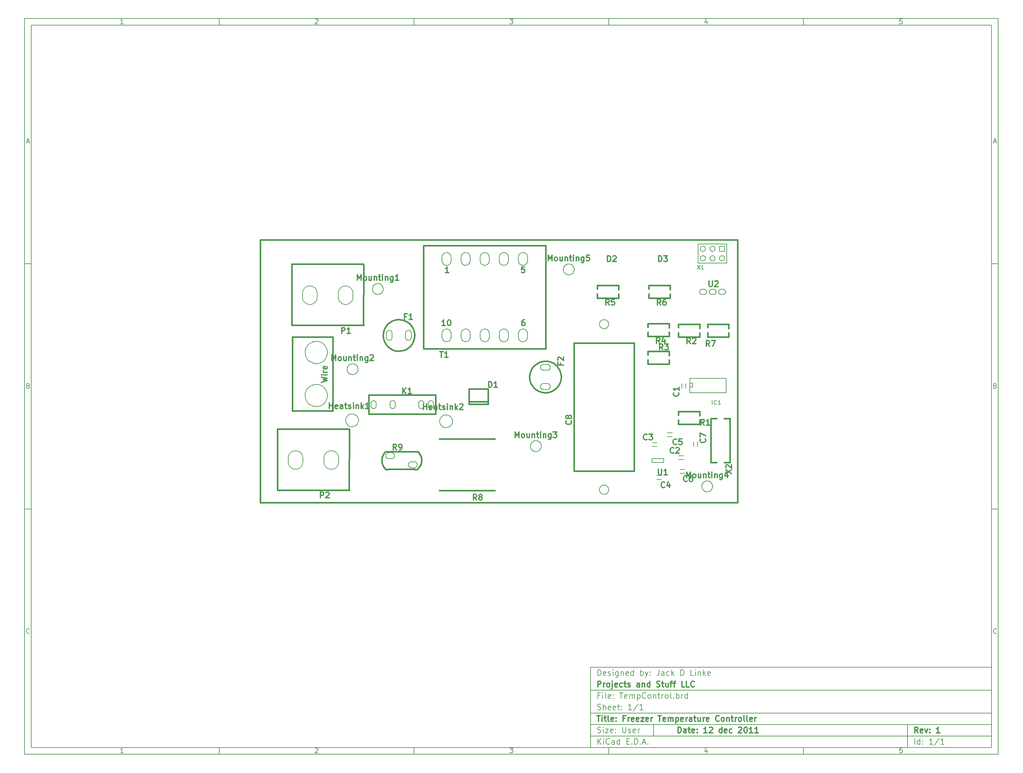
<source format=gto>
G04 (created by PCBNEW-RS274X (2011-07-08 BZR 3044)-stable) date 12/12/2011 9:59:01 PM*
G01*
G70*
G90*
%MOIN*%
G04 Gerber Fmt 3.4, Leading zero omitted, Abs format*
%FSLAX34Y34*%
G04 APERTURE LIST*
%ADD10C,0.006000*%
%ADD11C,0.012000*%
%ADD12C,0.015000*%
%ADD13C,0.008000*%
%ADD14C,0.007900*%
%ADD15C,0.005000*%
G04 APERTURE END LIST*
G54D10*
X04000Y-04000D02*
X106000Y-04000D01*
X106000Y-81000D01*
X04000Y-81000D01*
X04000Y-04000D01*
X04700Y-04700D02*
X105300Y-04700D01*
X105300Y-80300D01*
X04700Y-80300D01*
X04700Y-04700D01*
X24400Y-04000D02*
X24400Y-04700D01*
X14343Y-04552D02*
X14057Y-04552D01*
X14200Y-04552D02*
X14200Y-04052D01*
X14152Y-04124D01*
X14105Y-04171D01*
X14057Y-04195D01*
X24400Y-81000D02*
X24400Y-80300D01*
X14343Y-80852D02*
X14057Y-80852D01*
X14200Y-80852D02*
X14200Y-80352D01*
X14152Y-80424D01*
X14105Y-80471D01*
X14057Y-80495D01*
X44800Y-04000D02*
X44800Y-04700D01*
X34457Y-04100D02*
X34481Y-04076D01*
X34529Y-04052D01*
X34648Y-04052D01*
X34695Y-04076D01*
X34719Y-04100D01*
X34743Y-04148D01*
X34743Y-04195D01*
X34719Y-04267D01*
X34433Y-04552D01*
X34743Y-04552D01*
X44800Y-81000D02*
X44800Y-80300D01*
X34457Y-80400D02*
X34481Y-80376D01*
X34529Y-80352D01*
X34648Y-80352D01*
X34695Y-80376D01*
X34719Y-80400D01*
X34743Y-80448D01*
X34743Y-80495D01*
X34719Y-80567D01*
X34433Y-80852D01*
X34743Y-80852D01*
X65200Y-04000D02*
X65200Y-04700D01*
X54833Y-04052D02*
X55143Y-04052D01*
X54976Y-04243D01*
X55048Y-04243D01*
X55095Y-04267D01*
X55119Y-04290D01*
X55143Y-04338D01*
X55143Y-04457D01*
X55119Y-04505D01*
X55095Y-04529D01*
X55048Y-04552D01*
X54905Y-04552D01*
X54857Y-04529D01*
X54833Y-04505D01*
X65200Y-81000D02*
X65200Y-80300D01*
X54833Y-80352D02*
X55143Y-80352D01*
X54976Y-80543D01*
X55048Y-80543D01*
X55095Y-80567D01*
X55119Y-80590D01*
X55143Y-80638D01*
X55143Y-80757D01*
X55119Y-80805D01*
X55095Y-80829D01*
X55048Y-80852D01*
X54905Y-80852D01*
X54857Y-80829D01*
X54833Y-80805D01*
X85600Y-04000D02*
X85600Y-04700D01*
X75495Y-04219D02*
X75495Y-04552D01*
X75376Y-04029D02*
X75257Y-04386D01*
X75567Y-04386D01*
X85600Y-81000D02*
X85600Y-80300D01*
X75495Y-80519D02*
X75495Y-80852D01*
X75376Y-80329D02*
X75257Y-80686D01*
X75567Y-80686D01*
X95919Y-04052D02*
X95681Y-04052D01*
X95657Y-04290D01*
X95681Y-04267D01*
X95729Y-04243D01*
X95848Y-04243D01*
X95895Y-04267D01*
X95919Y-04290D01*
X95943Y-04338D01*
X95943Y-04457D01*
X95919Y-04505D01*
X95895Y-04529D01*
X95848Y-04552D01*
X95729Y-04552D01*
X95681Y-04529D01*
X95657Y-04505D01*
X95919Y-80352D02*
X95681Y-80352D01*
X95657Y-80590D01*
X95681Y-80567D01*
X95729Y-80543D01*
X95848Y-80543D01*
X95895Y-80567D01*
X95919Y-80590D01*
X95943Y-80638D01*
X95943Y-80757D01*
X95919Y-80805D01*
X95895Y-80829D01*
X95848Y-80852D01*
X95729Y-80852D01*
X95681Y-80829D01*
X95657Y-80805D01*
X04000Y-29660D02*
X04700Y-29660D01*
X04231Y-16890D02*
X04469Y-16890D01*
X04184Y-17032D02*
X04350Y-16532D01*
X04517Y-17032D01*
X106000Y-29660D02*
X105300Y-29660D01*
X105531Y-16890D02*
X105769Y-16890D01*
X105484Y-17032D02*
X105650Y-16532D01*
X105817Y-17032D01*
X04000Y-55320D02*
X04700Y-55320D01*
X04386Y-42430D02*
X04457Y-42454D01*
X04481Y-42478D01*
X04505Y-42526D01*
X04505Y-42597D01*
X04481Y-42645D01*
X04457Y-42669D01*
X04410Y-42692D01*
X04219Y-42692D01*
X04219Y-42192D01*
X04386Y-42192D01*
X04433Y-42216D01*
X04457Y-42240D01*
X04481Y-42288D01*
X04481Y-42335D01*
X04457Y-42383D01*
X04433Y-42407D01*
X04386Y-42430D01*
X04219Y-42430D01*
X106000Y-55320D02*
X105300Y-55320D01*
X105686Y-42430D02*
X105757Y-42454D01*
X105781Y-42478D01*
X105805Y-42526D01*
X105805Y-42597D01*
X105781Y-42645D01*
X105757Y-42669D01*
X105710Y-42692D01*
X105519Y-42692D01*
X105519Y-42192D01*
X105686Y-42192D01*
X105733Y-42216D01*
X105757Y-42240D01*
X105781Y-42288D01*
X105781Y-42335D01*
X105757Y-42383D01*
X105733Y-42407D01*
X105686Y-42430D01*
X105519Y-42430D01*
X04505Y-68305D02*
X04481Y-68329D01*
X04410Y-68352D01*
X04362Y-68352D01*
X04290Y-68329D01*
X04243Y-68281D01*
X04219Y-68233D01*
X04195Y-68138D01*
X04195Y-68067D01*
X04219Y-67971D01*
X04243Y-67924D01*
X04290Y-67876D01*
X04362Y-67852D01*
X04410Y-67852D01*
X04481Y-67876D01*
X04505Y-67900D01*
X105805Y-68305D02*
X105781Y-68329D01*
X105710Y-68352D01*
X105662Y-68352D01*
X105590Y-68329D01*
X105543Y-68281D01*
X105519Y-68233D01*
X105495Y-68138D01*
X105495Y-68067D01*
X105519Y-67971D01*
X105543Y-67924D01*
X105590Y-67876D01*
X105662Y-67852D01*
X105710Y-67852D01*
X105781Y-67876D01*
X105805Y-67900D01*
G54D11*
X72443Y-78743D02*
X72443Y-78143D01*
X72586Y-78143D01*
X72671Y-78171D01*
X72729Y-78229D01*
X72757Y-78286D01*
X72786Y-78400D01*
X72786Y-78486D01*
X72757Y-78600D01*
X72729Y-78657D01*
X72671Y-78714D01*
X72586Y-78743D01*
X72443Y-78743D01*
X73300Y-78743D02*
X73300Y-78429D01*
X73271Y-78371D01*
X73214Y-78343D01*
X73100Y-78343D01*
X73043Y-78371D01*
X73300Y-78714D02*
X73243Y-78743D01*
X73100Y-78743D01*
X73043Y-78714D01*
X73014Y-78657D01*
X73014Y-78600D01*
X73043Y-78543D01*
X73100Y-78514D01*
X73243Y-78514D01*
X73300Y-78486D01*
X73500Y-78343D02*
X73729Y-78343D01*
X73586Y-78143D02*
X73586Y-78657D01*
X73614Y-78714D01*
X73672Y-78743D01*
X73729Y-78743D01*
X74157Y-78714D02*
X74100Y-78743D01*
X73986Y-78743D01*
X73929Y-78714D01*
X73900Y-78657D01*
X73900Y-78429D01*
X73929Y-78371D01*
X73986Y-78343D01*
X74100Y-78343D01*
X74157Y-78371D01*
X74186Y-78429D01*
X74186Y-78486D01*
X73900Y-78543D01*
X74443Y-78686D02*
X74471Y-78714D01*
X74443Y-78743D01*
X74414Y-78714D01*
X74443Y-78686D01*
X74443Y-78743D01*
X74443Y-78371D02*
X74471Y-78400D01*
X74443Y-78429D01*
X74414Y-78400D01*
X74443Y-78371D01*
X74443Y-78429D01*
X75500Y-78743D02*
X75157Y-78743D01*
X75329Y-78743D02*
X75329Y-78143D01*
X75272Y-78229D01*
X75214Y-78286D01*
X75157Y-78314D01*
X75728Y-78200D02*
X75757Y-78171D01*
X75814Y-78143D01*
X75957Y-78143D01*
X76014Y-78171D01*
X76043Y-78200D01*
X76071Y-78257D01*
X76071Y-78314D01*
X76043Y-78400D01*
X75700Y-78743D01*
X76071Y-78743D01*
X77042Y-78743D02*
X77042Y-78143D01*
X77042Y-78714D02*
X76985Y-78743D01*
X76871Y-78743D01*
X76813Y-78714D01*
X76785Y-78686D01*
X76756Y-78629D01*
X76756Y-78457D01*
X76785Y-78400D01*
X76813Y-78371D01*
X76871Y-78343D01*
X76985Y-78343D01*
X77042Y-78371D01*
X77556Y-78714D02*
X77499Y-78743D01*
X77385Y-78743D01*
X77328Y-78714D01*
X77299Y-78657D01*
X77299Y-78429D01*
X77328Y-78371D01*
X77385Y-78343D01*
X77499Y-78343D01*
X77556Y-78371D01*
X77585Y-78429D01*
X77585Y-78486D01*
X77299Y-78543D01*
X78099Y-78714D02*
X78042Y-78743D01*
X77928Y-78743D01*
X77870Y-78714D01*
X77842Y-78686D01*
X77813Y-78629D01*
X77813Y-78457D01*
X77842Y-78400D01*
X77870Y-78371D01*
X77928Y-78343D01*
X78042Y-78343D01*
X78099Y-78371D01*
X78784Y-78200D02*
X78813Y-78171D01*
X78870Y-78143D01*
X79013Y-78143D01*
X79070Y-78171D01*
X79099Y-78200D01*
X79127Y-78257D01*
X79127Y-78314D01*
X79099Y-78400D01*
X78756Y-78743D01*
X79127Y-78743D01*
X79498Y-78143D02*
X79555Y-78143D01*
X79612Y-78171D01*
X79641Y-78200D01*
X79670Y-78257D01*
X79698Y-78371D01*
X79698Y-78514D01*
X79670Y-78629D01*
X79641Y-78686D01*
X79612Y-78714D01*
X79555Y-78743D01*
X79498Y-78743D01*
X79441Y-78714D01*
X79412Y-78686D01*
X79384Y-78629D01*
X79355Y-78514D01*
X79355Y-78371D01*
X79384Y-78257D01*
X79412Y-78200D01*
X79441Y-78171D01*
X79498Y-78143D01*
X80269Y-78743D02*
X79926Y-78743D01*
X80098Y-78743D02*
X80098Y-78143D01*
X80041Y-78229D01*
X79983Y-78286D01*
X79926Y-78314D01*
X80840Y-78743D02*
X80497Y-78743D01*
X80669Y-78743D02*
X80669Y-78143D01*
X80612Y-78229D01*
X80554Y-78286D01*
X80497Y-78314D01*
G54D10*
X64043Y-79943D02*
X64043Y-79343D01*
X64386Y-79943D02*
X64129Y-79600D01*
X64386Y-79343D02*
X64043Y-79686D01*
X64643Y-79943D02*
X64643Y-79543D01*
X64643Y-79343D02*
X64614Y-79371D01*
X64643Y-79400D01*
X64671Y-79371D01*
X64643Y-79343D01*
X64643Y-79400D01*
X65272Y-79886D02*
X65243Y-79914D01*
X65157Y-79943D01*
X65100Y-79943D01*
X65015Y-79914D01*
X64957Y-79857D01*
X64929Y-79800D01*
X64900Y-79686D01*
X64900Y-79600D01*
X64929Y-79486D01*
X64957Y-79429D01*
X65015Y-79371D01*
X65100Y-79343D01*
X65157Y-79343D01*
X65243Y-79371D01*
X65272Y-79400D01*
X65786Y-79943D02*
X65786Y-79629D01*
X65757Y-79571D01*
X65700Y-79543D01*
X65586Y-79543D01*
X65529Y-79571D01*
X65786Y-79914D02*
X65729Y-79943D01*
X65586Y-79943D01*
X65529Y-79914D01*
X65500Y-79857D01*
X65500Y-79800D01*
X65529Y-79743D01*
X65586Y-79714D01*
X65729Y-79714D01*
X65786Y-79686D01*
X66329Y-79943D02*
X66329Y-79343D01*
X66329Y-79914D02*
X66272Y-79943D01*
X66158Y-79943D01*
X66100Y-79914D01*
X66072Y-79886D01*
X66043Y-79829D01*
X66043Y-79657D01*
X66072Y-79600D01*
X66100Y-79571D01*
X66158Y-79543D01*
X66272Y-79543D01*
X66329Y-79571D01*
X67072Y-79629D02*
X67272Y-79629D01*
X67358Y-79943D02*
X67072Y-79943D01*
X67072Y-79343D01*
X67358Y-79343D01*
X67615Y-79886D02*
X67643Y-79914D01*
X67615Y-79943D01*
X67586Y-79914D01*
X67615Y-79886D01*
X67615Y-79943D01*
X67901Y-79943D02*
X67901Y-79343D01*
X68044Y-79343D01*
X68129Y-79371D01*
X68187Y-79429D01*
X68215Y-79486D01*
X68244Y-79600D01*
X68244Y-79686D01*
X68215Y-79800D01*
X68187Y-79857D01*
X68129Y-79914D01*
X68044Y-79943D01*
X67901Y-79943D01*
X68501Y-79886D02*
X68529Y-79914D01*
X68501Y-79943D01*
X68472Y-79914D01*
X68501Y-79886D01*
X68501Y-79943D01*
X68758Y-79771D02*
X69044Y-79771D01*
X68701Y-79943D02*
X68901Y-79343D01*
X69101Y-79943D01*
X69301Y-79886D02*
X69329Y-79914D01*
X69301Y-79943D01*
X69272Y-79914D01*
X69301Y-79886D01*
X69301Y-79943D01*
G54D11*
X97586Y-78743D02*
X97386Y-78457D01*
X97243Y-78743D02*
X97243Y-78143D01*
X97471Y-78143D01*
X97529Y-78171D01*
X97557Y-78200D01*
X97586Y-78257D01*
X97586Y-78343D01*
X97557Y-78400D01*
X97529Y-78429D01*
X97471Y-78457D01*
X97243Y-78457D01*
X98071Y-78714D02*
X98014Y-78743D01*
X97900Y-78743D01*
X97843Y-78714D01*
X97814Y-78657D01*
X97814Y-78429D01*
X97843Y-78371D01*
X97900Y-78343D01*
X98014Y-78343D01*
X98071Y-78371D01*
X98100Y-78429D01*
X98100Y-78486D01*
X97814Y-78543D01*
X98300Y-78343D02*
X98443Y-78743D01*
X98585Y-78343D01*
X98814Y-78686D02*
X98842Y-78714D01*
X98814Y-78743D01*
X98785Y-78714D01*
X98814Y-78686D01*
X98814Y-78743D01*
X98814Y-78371D02*
X98842Y-78400D01*
X98814Y-78429D01*
X98785Y-78400D01*
X98814Y-78371D01*
X98814Y-78429D01*
X99871Y-78743D02*
X99528Y-78743D01*
X99700Y-78743D02*
X99700Y-78143D01*
X99643Y-78229D01*
X99585Y-78286D01*
X99528Y-78314D01*
G54D10*
X64014Y-78714D02*
X64100Y-78743D01*
X64243Y-78743D01*
X64300Y-78714D01*
X64329Y-78686D01*
X64357Y-78629D01*
X64357Y-78571D01*
X64329Y-78514D01*
X64300Y-78486D01*
X64243Y-78457D01*
X64129Y-78429D01*
X64071Y-78400D01*
X64043Y-78371D01*
X64014Y-78314D01*
X64014Y-78257D01*
X64043Y-78200D01*
X64071Y-78171D01*
X64129Y-78143D01*
X64271Y-78143D01*
X64357Y-78171D01*
X64614Y-78743D02*
X64614Y-78343D01*
X64614Y-78143D02*
X64585Y-78171D01*
X64614Y-78200D01*
X64642Y-78171D01*
X64614Y-78143D01*
X64614Y-78200D01*
X64843Y-78343D02*
X65157Y-78343D01*
X64843Y-78743D01*
X65157Y-78743D01*
X65614Y-78714D02*
X65557Y-78743D01*
X65443Y-78743D01*
X65386Y-78714D01*
X65357Y-78657D01*
X65357Y-78429D01*
X65386Y-78371D01*
X65443Y-78343D01*
X65557Y-78343D01*
X65614Y-78371D01*
X65643Y-78429D01*
X65643Y-78486D01*
X65357Y-78543D01*
X65900Y-78686D02*
X65928Y-78714D01*
X65900Y-78743D01*
X65871Y-78714D01*
X65900Y-78686D01*
X65900Y-78743D01*
X65900Y-78371D02*
X65928Y-78400D01*
X65900Y-78429D01*
X65871Y-78400D01*
X65900Y-78371D01*
X65900Y-78429D01*
X66643Y-78143D02*
X66643Y-78629D01*
X66671Y-78686D01*
X66700Y-78714D01*
X66757Y-78743D01*
X66871Y-78743D01*
X66929Y-78714D01*
X66957Y-78686D01*
X66986Y-78629D01*
X66986Y-78143D01*
X67243Y-78714D02*
X67300Y-78743D01*
X67415Y-78743D01*
X67472Y-78714D01*
X67500Y-78657D01*
X67500Y-78629D01*
X67472Y-78571D01*
X67415Y-78543D01*
X67329Y-78543D01*
X67272Y-78514D01*
X67243Y-78457D01*
X67243Y-78429D01*
X67272Y-78371D01*
X67329Y-78343D01*
X67415Y-78343D01*
X67472Y-78371D01*
X67986Y-78714D02*
X67929Y-78743D01*
X67815Y-78743D01*
X67758Y-78714D01*
X67729Y-78657D01*
X67729Y-78429D01*
X67758Y-78371D01*
X67815Y-78343D01*
X67929Y-78343D01*
X67986Y-78371D01*
X68015Y-78429D01*
X68015Y-78486D01*
X67729Y-78543D01*
X68272Y-78743D02*
X68272Y-78343D01*
X68272Y-78457D02*
X68300Y-78400D01*
X68329Y-78371D01*
X68386Y-78343D01*
X68443Y-78343D01*
X97243Y-79943D02*
X97243Y-79343D01*
X97786Y-79943D02*
X97786Y-79343D01*
X97786Y-79914D02*
X97729Y-79943D01*
X97615Y-79943D01*
X97557Y-79914D01*
X97529Y-79886D01*
X97500Y-79829D01*
X97500Y-79657D01*
X97529Y-79600D01*
X97557Y-79571D01*
X97615Y-79543D01*
X97729Y-79543D01*
X97786Y-79571D01*
X98072Y-79886D02*
X98100Y-79914D01*
X98072Y-79943D01*
X98043Y-79914D01*
X98072Y-79886D01*
X98072Y-79943D01*
X98072Y-79571D02*
X98100Y-79600D01*
X98072Y-79629D01*
X98043Y-79600D01*
X98072Y-79571D01*
X98072Y-79629D01*
X99129Y-79943D02*
X98786Y-79943D01*
X98958Y-79943D02*
X98958Y-79343D01*
X98901Y-79429D01*
X98843Y-79486D01*
X98786Y-79514D01*
X99814Y-79314D02*
X99300Y-80086D01*
X100329Y-79943D02*
X99986Y-79943D01*
X100158Y-79943D02*
X100158Y-79343D01*
X100101Y-79429D01*
X100043Y-79486D01*
X99986Y-79514D01*
G54D11*
X63957Y-76943D02*
X64300Y-76943D01*
X64129Y-77543D02*
X64129Y-76943D01*
X64500Y-77543D02*
X64500Y-77143D01*
X64500Y-76943D02*
X64471Y-76971D01*
X64500Y-77000D01*
X64528Y-76971D01*
X64500Y-76943D01*
X64500Y-77000D01*
X64700Y-77143D02*
X64929Y-77143D01*
X64786Y-76943D02*
X64786Y-77457D01*
X64814Y-77514D01*
X64872Y-77543D01*
X64929Y-77543D01*
X65215Y-77543D02*
X65157Y-77514D01*
X65129Y-77457D01*
X65129Y-76943D01*
X65671Y-77514D02*
X65614Y-77543D01*
X65500Y-77543D01*
X65443Y-77514D01*
X65414Y-77457D01*
X65414Y-77229D01*
X65443Y-77171D01*
X65500Y-77143D01*
X65614Y-77143D01*
X65671Y-77171D01*
X65700Y-77229D01*
X65700Y-77286D01*
X65414Y-77343D01*
X65957Y-77486D02*
X65985Y-77514D01*
X65957Y-77543D01*
X65928Y-77514D01*
X65957Y-77486D01*
X65957Y-77543D01*
X65957Y-77171D02*
X65985Y-77200D01*
X65957Y-77229D01*
X65928Y-77200D01*
X65957Y-77171D01*
X65957Y-77229D01*
X66900Y-77229D02*
X66700Y-77229D01*
X66700Y-77543D02*
X66700Y-76943D01*
X66986Y-76943D01*
X67214Y-77543D02*
X67214Y-77143D01*
X67214Y-77257D02*
X67242Y-77200D01*
X67271Y-77171D01*
X67328Y-77143D01*
X67385Y-77143D01*
X67813Y-77514D02*
X67756Y-77543D01*
X67642Y-77543D01*
X67585Y-77514D01*
X67556Y-77457D01*
X67556Y-77229D01*
X67585Y-77171D01*
X67642Y-77143D01*
X67756Y-77143D01*
X67813Y-77171D01*
X67842Y-77229D01*
X67842Y-77286D01*
X67556Y-77343D01*
X68327Y-77514D02*
X68270Y-77543D01*
X68156Y-77543D01*
X68099Y-77514D01*
X68070Y-77457D01*
X68070Y-77229D01*
X68099Y-77171D01*
X68156Y-77143D01*
X68270Y-77143D01*
X68327Y-77171D01*
X68356Y-77229D01*
X68356Y-77286D01*
X68070Y-77343D01*
X68556Y-77143D02*
X68870Y-77143D01*
X68556Y-77543D01*
X68870Y-77543D01*
X69327Y-77514D02*
X69270Y-77543D01*
X69156Y-77543D01*
X69099Y-77514D01*
X69070Y-77457D01*
X69070Y-77229D01*
X69099Y-77171D01*
X69156Y-77143D01*
X69270Y-77143D01*
X69327Y-77171D01*
X69356Y-77229D01*
X69356Y-77286D01*
X69070Y-77343D01*
X69613Y-77543D02*
X69613Y-77143D01*
X69613Y-77257D02*
X69641Y-77200D01*
X69670Y-77171D01*
X69727Y-77143D01*
X69784Y-77143D01*
X70355Y-76943D02*
X70698Y-76943D01*
X70527Y-77543D02*
X70527Y-76943D01*
X71126Y-77514D02*
X71069Y-77543D01*
X70955Y-77543D01*
X70898Y-77514D01*
X70869Y-77457D01*
X70869Y-77229D01*
X70898Y-77171D01*
X70955Y-77143D01*
X71069Y-77143D01*
X71126Y-77171D01*
X71155Y-77229D01*
X71155Y-77286D01*
X70869Y-77343D01*
X71412Y-77543D02*
X71412Y-77143D01*
X71412Y-77200D02*
X71440Y-77171D01*
X71498Y-77143D01*
X71583Y-77143D01*
X71640Y-77171D01*
X71669Y-77229D01*
X71669Y-77543D01*
X71669Y-77229D02*
X71698Y-77171D01*
X71755Y-77143D01*
X71840Y-77143D01*
X71898Y-77171D01*
X71926Y-77229D01*
X71926Y-77543D01*
X72212Y-77143D02*
X72212Y-77743D01*
X72212Y-77171D02*
X72269Y-77143D01*
X72383Y-77143D01*
X72440Y-77171D01*
X72469Y-77200D01*
X72498Y-77257D01*
X72498Y-77429D01*
X72469Y-77486D01*
X72440Y-77514D01*
X72383Y-77543D01*
X72269Y-77543D01*
X72212Y-77514D01*
X72983Y-77514D02*
X72926Y-77543D01*
X72812Y-77543D01*
X72755Y-77514D01*
X72726Y-77457D01*
X72726Y-77229D01*
X72755Y-77171D01*
X72812Y-77143D01*
X72926Y-77143D01*
X72983Y-77171D01*
X73012Y-77229D01*
X73012Y-77286D01*
X72726Y-77343D01*
X73269Y-77543D02*
X73269Y-77143D01*
X73269Y-77257D02*
X73297Y-77200D01*
X73326Y-77171D01*
X73383Y-77143D01*
X73440Y-77143D01*
X73897Y-77543D02*
X73897Y-77229D01*
X73868Y-77171D01*
X73811Y-77143D01*
X73697Y-77143D01*
X73640Y-77171D01*
X73897Y-77514D02*
X73840Y-77543D01*
X73697Y-77543D01*
X73640Y-77514D01*
X73611Y-77457D01*
X73611Y-77400D01*
X73640Y-77343D01*
X73697Y-77314D01*
X73840Y-77314D01*
X73897Y-77286D01*
X74097Y-77143D02*
X74326Y-77143D01*
X74183Y-76943D02*
X74183Y-77457D01*
X74211Y-77514D01*
X74269Y-77543D01*
X74326Y-77543D01*
X74783Y-77143D02*
X74783Y-77543D01*
X74526Y-77143D02*
X74526Y-77457D01*
X74554Y-77514D01*
X74612Y-77543D01*
X74697Y-77543D01*
X74754Y-77514D01*
X74783Y-77486D01*
X75069Y-77543D02*
X75069Y-77143D01*
X75069Y-77257D02*
X75097Y-77200D01*
X75126Y-77171D01*
X75183Y-77143D01*
X75240Y-77143D01*
X75668Y-77514D02*
X75611Y-77543D01*
X75497Y-77543D01*
X75440Y-77514D01*
X75411Y-77457D01*
X75411Y-77229D01*
X75440Y-77171D01*
X75497Y-77143D01*
X75611Y-77143D01*
X75668Y-77171D01*
X75697Y-77229D01*
X75697Y-77286D01*
X75411Y-77343D01*
X76754Y-77486D02*
X76725Y-77514D01*
X76639Y-77543D01*
X76582Y-77543D01*
X76497Y-77514D01*
X76439Y-77457D01*
X76411Y-77400D01*
X76382Y-77286D01*
X76382Y-77200D01*
X76411Y-77086D01*
X76439Y-77029D01*
X76497Y-76971D01*
X76582Y-76943D01*
X76639Y-76943D01*
X76725Y-76971D01*
X76754Y-77000D01*
X77097Y-77543D02*
X77039Y-77514D01*
X77011Y-77486D01*
X76982Y-77429D01*
X76982Y-77257D01*
X77011Y-77200D01*
X77039Y-77171D01*
X77097Y-77143D01*
X77182Y-77143D01*
X77239Y-77171D01*
X77268Y-77200D01*
X77297Y-77257D01*
X77297Y-77429D01*
X77268Y-77486D01*
X77239Y-77514D01*
X77182Y-77543D01*
X77097Y-77543D01*
X77554Y-77143D02*
X77554Y-77543D01*
X77554Y-77200D02*
X77582Y-77171D01*
X77640Y-77143D01*
X77725Y-77143D01*
X77782Y-77171D01*
X77811Y-77229D01*
X77811Y-77543D01*
X78011Y-77143D02*
X78240Y-77143D01*
X78097Y-76943D02*
X78097Y-77457D01*
X78125Y-77514D01*
X78183Y-77543D01*
X78240Y-77543D01*
X78440Y-77543D02*
X78440Y-77143D01*
X78440Y-77257D02*
X78468Y-77200D01*
X78497Y-77171D01*
X78554Y-77143D01*
X78611Y-77143D01*
X78897Y-77543D02*
X78839Y-77514D01*
X78811Y-77486D01*
X78782Y-77429D01*
X78782Y-77257D01*
X78811Y-77200D01*
X78839Y-77171D01*
X78897Y-77143D01*
X78982Y-77143D01*
X79039Y-77171D01*
X79068Y-77200D01*
X79097Y-77257D01*
X79097Y-77429D01*
X79068Y-77486D01*
X79039Y-77514D01*
X78982Y-77543D01*
X78897Y-77543D01*
X79440Y-77543D02*
X79382Y-77514D01*
X79354Y-77457D01*
X79354Y-76943D01*
X79754Y-77543D02*
X79696Y-77514D01*
X79668Y-77457D01*
X79668Y-76943D01*
X80210Y-77514D02*
X80153Y-77543D01*
X80039Y-77543D01*
X79982Y-77514D01*
X79953Y-77457D01*
X79953Y-77229D01*
X79982Y-77171D01*
X80039Y-77143D01*
X80153Y-77143D01*
X80210Y-77171D01*
X80239Y-77229D01*
X80239Y-77286D01*
X79953Y-77343D01*
X80496Y-77543D02*
X80496Y-77143D01*
X80496Y-77257D02*
X80524Y-77200D01*
X80553Y-77171D01*
X80610Y-77143D01*
X80667Y-77143D01*
G54D10*
X64243Y-74829D02*
X64043Y-74829D01*
X64043Y-75143D02*
X64043Y-74543D01*
X64329Y-74543D01*
X64557Y-75143D02*
X64557Y-74743D01*
X64557Y-74543D02*
X64528Y-74571D01*
X64557Y-74600D01*
X64585Y-74571D01*
X64557Y-74543D01*
X64557Y-74600D01*
X64929Y-75143D02*
X64871Y-75114D01*
X64843Y-75057D01*
X64843Y-74543D01*
X65385Y-75114D02*
X65328Y-75143D01*
X65214Y-75143D01*
X65157Y-75114D01*
X65128Y-75057D01*
X65128Y-74829D01*
X65157Y-74771D01*
X65214Y-74743D01*
X65328Y-74743D01*
X65385Y-74771D01*
X65414Y-74829D01*
X65414Y-74886D01*
X65128Y-74943D01*
X65671Y-75086D02*
X65699Y-75114D01*
X65671Y-75143D01*
X65642Y-75114D01*
X65671Y-75086D01*
X65671Y-75143D01*
X65671Y-74771D02*
X65699Y-74800D01*
X65671Y-74829D01*
X65642Y-74800D01*
X65671Y-74771D01*
X65671Y-74829D01*
X66328Y-74543D02*
X66671Y-74543D01*
X66500Y-75143D02*
X66500Y-74543D01*
X67099Y-75114D02*
X67042Y-75143D01*
X66928Y-75143D01*
X66871Y-75114D01*
X66842Y-75057D01*
X66842Y-74829D01*
X66871Y-74771D01*
X66928Y-74743D01*
X67042Y-74743D01*
X67099Y-74771D01*
X67128Y-74829D01*
X67128Y-74886D01*
X66842Y-74943D01*
X67385Y-75143D02*
X67385Y-74743D01*
X67385Y-74800D02*
X67413Y-74771D01*
X67471Y-74743D01*
X67556Y-74743D01*
X67613Y-74771D01*
X67642Y-74829D01*
X67642Y-75143D01*
X67642Y-74829D02*
X67671Y-74771D01*
X67728Y-74743D01*
X67813Y-74743D01*
X67871Y-74771D01*
X67899Y-74829D01*
X67899Y-75143D01*
X68185Y-74743D02*
X68185Y-75343D01*
X68185Y-74771D02*
X68242Y-74743D01*
X68356Y-74743D01*
X68413Y-74771D01*
X68442Y-74800D01*
X68471Y-74857D01*
X68471Y-75029D01*
X68442Y-75086D01*
X68413Y-75114D01*
X68356Y-75143D01*
X68242Y-75143D01*
X68185Y-75114D01*
X69071Y-75086D02*
X69042Y-75114D01*
X68956Y-75143D01*
X68899Y-75143D01*
X68814Y-75114D01*
X68756Y-75057D01*
X68728Y-75000D01*
X68699Y-74886D01*
X68699Y-74800D01*
X68728Y-74686D01*
X68756Y-74629D01*
X68814Y-74571D01*
X68899Y-74543D01*
X68956Y-74543D01*
X69042Y-74571D01*
X69071Y-74600D01*
X69414Y-75143D02*
X69356Y-75114D01*
X69328Y-75086D01*
X69299Y-75029D01*
X69299Y-74857D01*
X69328Y-74800D01*
X69356Y-74771D01*
X69414Y-74743D01*
X69499Y-74743D01*
X69556Y-74771D01*
X69585Y-74800D01*
X69614Y-74857D01*
X69614Y-75029D01*
X69585Y-75086D01*
X69556Y-75114D01*
X69499Y-75143D01*
X69414Y-75143D01*
X69871Y-74743D02*
X69871Y-75143D01*
X69871Y-74800D02*
X69899Y-74771D01*
X69957Y-74743D01*
X70042Y-74743D01*
X70099Y-74771D01*
X70128Y-74829D01*
X70128Y-75143D01*
X70328Y-74743D02*
X70557Y-74743D01*
X70414Y-74543D02*
X70414Y-75057D01*
X70442Y-75114D01*
X70500Y-75143D01*
X70557Y-75143D01*
X70757Y-75143D02*
X70757Y-74743D01*
X70757Y-74857D02*
X70785Y-74800D01*
X70814Y-74771D01*
X70871Y-74743D01*
X70928Y-74743D01*
X71214Y-75143D02*
X71156Y-75114D01*
X71128Y-75086D01*
X71099Y-75029D01*
X71099Y-74857D01*
X71128Y-74800D01*
X71156Y-74771D01*
X71214Y-74743D01*
X71299Y-74743D01*
X71356Y-74771D01*
X71385Y-74800D01*
X71414Y-74857D01*
X71414Y-75029D01*
X71385Y-75086D01*
X71356Y-75114D01*
X71299Y-75143D01*
X71214Y-75143D01*
X71757Y-75143D02*
X71699Y-75114D01*
X71671Y-75057D01*
X71671Y-74543D01*
X71985Y-75086D02*
X72013Y-75114D01*
X71985Y-75143D01*
X71956Y-75114D01*
X71985Y-75086D01*
X71985Y-75143D01*
X72271Y-75143D02*
X72271Y-74543D01*
X72271Y-74771D02*
X72328Y-74743D01*
X72442Y-74743D01*
X72499Y-74771D01*
X72528Y-74800D01*
X72557Y-74857D01*
X72557Y-75029D01*
X72528Y-75086D01*
X72499Y-75114D01*
X72442Y-75143D01*
X72328Y-75143D01*
X72271Y-75114D01*
X72814Y-75143D02*
X72814Y-74743D01*
X72814Y-74857D02*
X72842Y-74800D01*
X72871Y-74771D01*
X72928Y-74743D01*
X72985Y-74743D01*
X73442Y-75143D02*
X73442Y-74543D01*
X73442Y-75114D02*
X73385Y-75143D01*
X73271Y-75143D01*
X73213Y-75114D01*
X73185Y-75086D01*
X73156Y-75029D01*
X73156Y-74857D01*
X73185Y-74800D01*
X73213Y-74771D01*
X73271Y-74743D01*
X73385Y-74743D01*
X73442Y-74771D01*
X64014Y-76314D02*
X64100Y-76343D01*
X64243Y-76343D01*
X64300Y-76314D01*
X64329Y-76286D01*
X64357Y-76229D01*
X64357Y-76171D01*
X64329Y-76114D01*
X64300Y-76086D01*
X64243Y-76057D01*
X64129Y-76029D01*
X64071Y-76000D01*
X64043Y-75971D01*
X64014Y-75914D01*
X64014Y-75857D01*
X64043Y-75800D01*
X64071Y-75771D01*
X64129Y-75743D01*
X64271Y-75743D01*
X64357Y-75771D01*
X64614Y-76343D02*
X64614Y-75743D01*
X64871Y-76343D02*
X64871Y-76029D01*
X64842Y-75971D01*
X64785Y-75943D01*
X64700Y-75943D01*
X64642Y-75971D01*
X64614Y-76000D01*
X65385Y-76314D02*
X65328Y-76343D01*
X65214Y-76343D01*
X65157Y-76314D01*
X65128Y-76257D01*
X65128Y-76029D01*
X65157Y-75971D01*
X65214Y-75943D01*
X65328Y-75943D01*
X65385Y-75971D01*
X65414Y-76029D01*
X65414Y-76086D01*
X65128Y-76143D01*
X65899Y-76314D02*
X65842Y-76343D01*
X65728Y-76343D01*
X65671Y-76314D01*
X65642Y-76257D01*
X65642Y-76029D01*
X65671Y-75971D01*
X65728Y-75943D01*
X65842Y-75943D01*
X65899Y-75971D01*
X65928Y-76029D01*
X65928Y-76086D01*
X65642Y-76143D01*
X66099Y-75943D02*
X66328Y-75943D01*
X66185Y-75743D02*
X66185Y-76257D01*
X66213Y-76314D01*
X66271Y-76343D01*
X66328Y-76343D01*
X66528Y-76286D02*
X66556Y-76314D01*
X66528Y-76343D01*
X66499Y-76314D01*
X66528Y-76286D01*
X66528Y-76343D01*
X66528Y-75971D02*
X66556Y-76000D01*
X66528Y-76029D01*
X66499Y-76000D01*
X66528Y-75971D01*
X66528Y-76029D01*
X67585Y-76343D02*
X67242Y-76343D01*
X67414Y-76343D02*
X67414Y-75743D01*
X67357Y-75829D01*
X67299Y-75886D01*
X67242Y-75914D01*
X68270Y-75714D02*
X67756Y-76486D01*
X68785Y-76343D02*
X68442Y-76343D01*
X68614Y-76343D02*
X68614Y-75743D01*
X68557Y-75829D01*
X68499Y-75886D01*
X68442Y-75914D01*
G54D11*
X64043Y-73943D02*
X64043Y-73343D01*
X64271Y-73343D01*
X64329Y-73371D01*
X64357Y-73400D01*
X64386Y-73457D01*
X64386Y-73543D01*
X64357Y-73600D01*
X64329Y-73629D01*
X64271Y-73657D01*
X64043Y-73657D01*
X64643Y-73943D02*
X64643Y-73543D01*
X64643Y-73657D02*
X64671Y-73600D01*
X64700Y-73571D01*
X64757Y-73543D01*
X64814Y-73543D01*
X65100Y-73943D02*
X65042Y-73914D01*
X65014Y-73886D01*
X64985Y-73829D01*
X64985Y-73657D01*
X65014Y-73600D01*
X65042Y-73571D01*
X65100Y-73543D01*
X65185Y-73543D01*
X65242Y-73571D01*
X65271Y-73600D01*
X65300Y-73657D01*
X65300Y-73829D01*
X65271Y-73886D01*
X65242Y-73914D01*
X65185Y-73943D01*
X65100Y-73943D01*
X65557Y-73543D02*
X65557Y-74057D01*
X65528Y-74114D01*
X65471Y-74143D01*
X65443Y-74143D01*
X65557Y-73343D02*
X65528Y-73371D01*
X65557Y-73400D01*
X65585Y-73371D01*
X65557Y-73343D01*
X65557Y-73400D01*
X66071Y-73914D02*
X66014Y-73943D01*
X65900Y-73943D01*
X65843Y-73914D01*
X65814Y-73857D01*
X65814Y-73629D01*
X65843Y-73571D01*
X65900Y-73543D01*
X66014Y-73543D01*
X66071Y-73571D01*
X66100Y-73629D01*
X66100Y-73686D01*
X65814Y-73743D01*
X66614Y-73914D02*
X66557Y-73943D01*
X66443Y-73943D01*
X66385Y-73914D01*
X66357Y-73886D01*
X66328Y-73829D01*
X66328Y-73657D01*
X66357Y-73600D01*
X66385Y-73571D01*
X66443Y-73543D01*
X66557Y-73543D01*
X66614Y-73571D01*
X66785Y-73543D02*
X67014Y-73543D01*
X66871Y-73343D02*
X66871Y-73857D01*
X66899Y-73914D01*
X66957Y-73943D01*
X67014Y-73943D01*
X67185Y-73914D02*
X67242Y-73943D01*
X67357Y-73943D01*
X67414Y-73914D01*
X67442Y-73857D01*
X67442Y-73829D01*
X67414Y-73771D01*
X67357Y-73743D01*
X67271Y-73743D01*
X67214Y-73714D01*
X67185Y-73657D01*
X67185Y-73629D01*
X67214Y-73571D01*
X67271Y-73543D01*
X67357Y-73543D01*
X67414Y-73571D01*
X68414Y-73943D02*
X68414Y-73629D01*
X68385Y-73571D01*
X68328Y-73543D01*
X68214Y-73543D01*
X68157Y-73571D01*
X68414Y-73914D02*
X68357Y-73943D01*
X68214Y-73943D01*
X68157Y-73914D01*
X68128Y-73857D01*
X68128Y-73800D01*
X68157Y-73743D01*
X68214Y-73714D01*
X68357Y-73714D01*
X68414Y-73686D01*
X68700Y-73543D02*
X68700Y-73943D01*
X68700Y-73600D02*
X68728Y-73571D01*
X68786Y-73543D01*
X68871Y-73543D01*
X68928Y-73571D01*
X68957Y-73629D01*
X68957Y-73943D01*
X69500Y-73943D02*
X69500Y-73343D01*
X69500Y-73914D02*
X69443Y-73943D01*
X69329Y-73943D01*
X69271Y-73914D01*
X69243Y-73886D01*
X69214Y-73829D01*
X69214Y-73657D01*
X69243Y-73600D01*
X69271Y-73571D01*
X69329Y-73543D01*
X69443Y-73543D01*
X69500Y-73571D01*
X70214Y-73914D02*
X70300Y-73943D01*
X70443Y-73943D01*
X70500Y-73914D01*
X70529Y-73886D01*
X70557Y-73829D01*
X70557Y-73771D01*
X70529Y-73714D01*
X70500Y-73686D01*
X70443Y-73657D01*
X70329Y-73629D01*
X70271Y-73600D01*
X70243Y-73571D01*
X70214Y-73514D01*
X70214Y-73457D01*
X70243Y-73400D01*
X70271Y-73371D01*
X70329Y-73343D01*
X70471Y-73343D01*
X70557Y-73371D01*
X70728Y-73543D02*
X70957Y-73543D01*
X70814Y-73343D02*
X70814Y-73857D01*
X70842Y-73914D01*
X70900Y-73943D01*
X70957Y-73943D01*
X71414Y-73543D02*
X71414Y-73943D01*
X71157Y-73543D02*
X71157Y-73857D01*
X71185Y-73914D01*
X71243Y-73943D01*
X71328Y-73943D01*
X71385Y-73914D01*
X71414Y-73886D01*
X71614Y-73543D02*
X71843Y-73543D01*
X71700Y-73943D02*
X71700Y-73429D01*
X71728Y-73371D01*
X71786Y-73343D01*
X71843Y-73343D01*
X71957Y-73543D02*
X72186Y-73543D01*
X72043Y-73943D02*
X72043Y-73429D01*
X72071Y-73371D01*
X72129Y-73343D01*
X72186Y-73343D01*
X73129Y-73943D02*
X72843Y-73943D01*
X72843Y-73343D01*
X73615Y-73943D02*
X73329Y-73943D01*
X73329Y-73343D01*
X74158Y-73886D02*
X74129Y-73914D01*
X74043Y-73943D01*
X73986Y-73943D01*
X73901Y-73914D01*
X73843Y-73857D01*
X73815Y-73800D01*
X73786Y-73686D01*
X73786Y-73600D01*
X73815Y-73486D01*
X73843Y-73429D01*
X73901Y-73371D01*
X73986Y-73343D01*
X74043Y-73343D01*
X74129Y-73371D01*
X74158Y-73400D01*
G54D10*
X64043Y-72743D02*
X64043Y-72143D01*
X64186Y-72143D01*
X64271Y-72171D01*
X64329Y-72229D01*
X64357Y-72286D01*
X64386Y-72400D01*
X64386Y-72486D01*
X64357Y-72600D01*
X64329Y-72657D01*
X64271Y-72714D01*
X64186Y-72743D01*
X64043Y-72743D01*
X64871Y-72714D02*
X64814Y-72743D01*
X64700Y-72743D01*
X64643Y-72714D01*
X64614Y-72657D01*
X64614Y-72429D01*
X64643Y-72371D01*
X64700Y-72343D01*
X64814Y-72343D01*
X64871Y-72371D01*
X64900Y-72429D01*
X64900Y-72486D01*
X64614Y-72543D01*
X65128Y-72714D02*
X65185Y-72743D01*
X65300Y-72743D01*
X65357Y-72714D01*
X65385Y-72657D01*
X65385Y-72629D01*
X65357Y-72571D01*
X65300Y-72543D01*
X65214Y-72543D01*
X65157Y-72514D01*
X65128Y-72457D01*
X65128Y-72429D01*
X65157Y-72371D01*
X65214Y-72343D01*
X65300Y-72343D01*
X65357Y-72371D01*
X65643Y-72743D02*
X65643Y-72343D01*
X65643Y-72143D02*
X65614Y-72171D01*
X65643Y-72200D01*
X65671Y-72171D01*
X65643Y-72143D01*
X65643Y-72200D01*
X66186Y-72343D02*
X66186Y-72829D01*
X66157Y-72886D01*
X66129Y-72914D01*
X66072Y-72943D01*
X65986Y-72943D01*
X65929Y-72914D01*
X66186Y-72714D02*
X66129Y-72743D01*
X66015Y-72743D01*
X65957Y-72714D01*
X65929Y-72686D01*
X65900Y-72629D01*
X65900Y-72457D01*
X65929Y-72400D01*
X65957Y-72371D01*
X66015Y-72343D01*
X66129Y-72343D01*
X66186Y-72371D01*
X66472Y-72343D02*
X66472Y-72743D01*
X66472Y-72400D02*
X66500Y-72371D01*
X66558Y-72343D01*
X66643Y-72343D01*
X66700Y-72371D01*
X66729Y-72429D01*
X66729Y-72743D01*
X67243Y-72714D02*
X67186Y-72743D01*
X67072Y-72743D01*
X67015Y-72714D01*
X66986Y-72657D01*
X66986Y-72429D01*
X67015Y-72371D01*
X67072Y-72343D01*
X67186Y-72343D01*
X67243Y-72371D01*
X67272Y-72429D01*
X67272Y-72486D01*
X66986Y-72543D01*
X67786Y-72743D02*
X67786Y-72143D01*
X67786Y-72714D02*
X67729Y-72743D01*
X67615Y-72743D01*
X67557Y-72714D01*
X67529Y-72686D01*
X67500Y-72629D01*
X67500Y-72457D01*
X67529Y-72400D01*
X67557Y-72371D01*
X67615Y-72343D01*
X67729Y-72343D01*
X67786Y-72371D01*
X68529Y-72743D02*
X68529Y-72143D01*
X68529Y-72371D02*
X68586Y-72343D01*
X68700Y-72343D01*
X68757Y-72371D01*
X68786Y-72400D01*
X68815Y-72457D01*
X68815Y-72629D01*
X68786Y-72686D01*
X68757Y-72714D01*
X68700Y-72743D01*
X68586Y-72743D01*
X68529Y-72714D01*
X69015Y-72343D02*
X69158Y-72743D01*
X69300Y-72343D02*
X69158Y-72743D01*
X69100Y-72886D01*
X69072Y-72914D01*
X69015Y-72943D01*
X69529Y-72686D02*
X69557Y-72714D01*
X69529Y-72743D01*
X69500Y-72714D01*
X69529Y-72686D01*
X69529Y-72743D01*
X69529Y-72371D02*
X69557Y-72400D01*
X69529Y-72429D01*
X69500Y-72400D01*
X69529Y-72371D01*
X69529Y-72429D01*
X70443Y-72143D02*
X70443Y-72571D01*
X70415Y-72657D01*
X70358Y-72714D01*
X70272Y-72743D01*
X70215Y-72743D01*
X70986Y-72743D02*
X70986Y-72429D01*
X70957Y-72371D01*
X70900Y-72343D01*
X70786Y-72343D01*
X70729Y-72371D01*
X70986Y-72714D02*
X70929Y-72743D01*
X70786Y-72743D01*
X70729Y-72714D01*
X70700Y-72657D01*
X70700Y-72600D01*
X70729Y-72543D01*
X70786Y-72514D01*
X70929Y-72514D01*
X70986Y-72486D01*
X71529Y-72714D02*
X71472Y-72743D01*
X71358Y-72743D01*
X71300Y-72714D01*
X71272Y-72686D01*
X71243Y-72629D01*
X71243Y-72457D01*
X71272Y-72400D01*
X71300Y-72371D01*
X71358Y-72343D01*
X71472Y-72343D01*
X71529Y-72371D01*
X71786Y-72743D02*
X71786Y-72143D01*
X71843Y-72514D02*
X72014Y-72743D01*
X72014Y-72343D02*
X71786Y-72571D01*
X72729Y-72743D02*
X72729Y-72143D01*
X72872Y-72143D01*
X72957Y-72171D01*
X73015Y-72229D01*
X73043Y-72286D01*
X73072Y-72400D01*
X73072Y-72486D01*
X73043Y-72600D01*
X73015Y-72657D01*
X72957Y-72714D01*
X72872Y-72743D01*
X72729Y-72743D01*
X74072Y-72743D02*
X73786Y-72743D01*
X73786Y-72143D01*
X74272Y-72743D02*
X74272Y-72343D01*
X74272Y-72143D02*
X74243Y-72171D01*
X74272Y-72200D01*
X74300Y-72171D01*
X74272Y-72143D01*
X74272Y-72200D01*
X74558Y-72343D02*
X74558Y-72743D01*
X74558Y-72400D02*
X74586Y-72371D01*
X74644Y-72343D01*
X74729Y-72343D01*
X74786Y-72371D01*
X74815Y-72429D01*
X74815Y-72743D01*
X75101Y-72743D02*
X75101Y-72143D01*
X75158Y-72514D02*
X75329Y-72743D01*
X75329Y-72343D02*
X75101Y-72571D01*
X75815Y-72714D02*
X75758Y-72743D01*
X75644Y-72743D01*
X75587Y-72714D01*
X75558Y-72657D01*
X75558Y-72429D01*
X75587Y-72371D01*
X75644Y-72343D01*
X75758Y-72343D01*
X75815Y-72371D01*
X75844Y-72429D01*
X75844Y-72486D01*
X75558Y-72543D01*
X63300Y-71900D02*
X63300Y-80300D01*
X63300Y-74300D02*
X105300Y-74300D01*
X63300Y-71900D02*
X105300Y-71900D01*
X63300Y-76700D02*
X105300Y-76700D01*
X96500Y-77900D02*
X96500Y-80300D01*
X63300Y-79100D02*
X105300Y-79100D01*
X63300Y-77900D02*
X105300Y-77900D01*
X69900Y-77900D02*
X69900Y-79100D01*
G54D12*
X28700Y-54650D02*
X28700Y-27150D01*
X78700Y-54650D02*
X28700Y-54650D01*
X78700Y-27150D02*
X78700Y-54650D01*
X28700Y-27150D02*
X78700Y-27150D01*
G54D13*
X73700Y-41650D02*
X77500Y-41650D01*
X77500Y-41650D02*
X77500Y-43150D01*
X77500Y-43150D02*
X73700Y-43150D01*
X73700Y-43150D02*
X73700Y-41650D01*
X73700Y-42150D02*
X74000Y-42150D01*
X74000Y-42150D02*
X74000Y-42550D01*
X74000Y-42550D02*
X73700Y-42550D01*
X74552Y-27591D02*
X77552Y-27591D01*
X77552Y-29591D02*
X74552Y-29591D01*
X74552Y-29591D02*
X74552Y-27591D01*
X77552Y-27591D02*
X77552Y-29591D01*
G54D14*
X70960Y-50467D02*
X69720Y-50467D01*
X69720Y-50467D02*
X69720Y-50073D01*
X69720Y-50073D02*
X70960Y-50073D01*
X70960Y-50073D02*
X70960Y-50467D01*
G54D12*
X47450Y-53400D02*
X53250Y-53400D01*
X47450Y-48000D02*
X53250Y-48000D01*
X61550Y-51343D02*
X67850Y-51343D01*
X61550Y-37957D02*
X67850Y-37957D01*
X67850Y-51343D02*
X67850Y-37957D01*
X61550Y-51343D02*
X61550Y-37957D01*
G54D14*
X73267Y-42706D02*
X73267Y-42194D01*
X72853Y-42706D02*
X72853Y-42194D01*
X72493Y-50162D02*
X73005Y-50162D01*
X72493Y-49748D02*
X73005Y-49748D01*
X70260Y-48379D02*
X69748Y-48379D01*
X70260Y-48793D02*
X69748Y-48793D01*
X70725Y-51821D02*
X70213Y-51821D01*
X70725Y-52235D02*
X70213Y-52235D01*
X71842Y-47355D02*
X71330Y-47355D01*
X71842Y-47769D02*
X71330Y-47769D01*
X73156Y-51183D02*
X72644Y-51183D01*
X73156Y-51597D02*
X72644Y-51597D01*
X74083Y-48294D02*
X74083Y-48806D01*
X74497Y-48294D02*
X74497Y-48806D01*
G54D12*
X77752Y-35981D02*
X77752Y-36414D01*
X77752Y-37122D02*
X77752Y-36886D01*
X77752Y-37004D02*
X77752Y-36926D01*
X77752Y-37319D02*
X77752Y-36965D01*
X75548Y-35981D02*
X75548Y-36335D01*
X75548Y-37319D02*
X75548Y-36886D01*
X75548Y-35981D02*
X77752Y-35981D01*
X77752Y-37319D02*
X75548Y-37319D01*
X71602Y-31931D02*
X71602Y-32364D01*
X71602Y-33072D02*
X71602Y-32836D01*
X71602Y-32954D02*
X71602Y-32876D01*
X71602Y-33269D02*
X71602Y-32915D01*
X69398Y-31931D02*
X69398Y-32285D01*
X69398Y-33269D02*
X69398Y-32836D01*
X69398Y-31931D02*
X71602Y-31931D01*
X71602Y-33269D02*
X69398Y-33269D01*
X66202Y-31931D02*
X66202Y-32364D01*
X66202Y-33072D02*
X66202Y-32836D01*
X66202Y-32954D02*
X66202Y-32876D01*
X66202Y-33269D02*
X66202Y-32915D01*
X63998Y-31931D02*
X63998Y-32285D01*
X63998Y-33269D02*
X63998Y-32836D01*
X63998Y-31931D02*
X66202Y-31931D01*
X66202Y-33269D02*
X63998Y-33269D01*
X71502Y-35931D02*
X71502Y-36364D01*
X71502Y-37072D02*
X71502Y-36836D01*
X71502Y-36954D02*
X71502Y-36876D01*
X71502Y-37269D02*
X71502Y-36915D01*
X69298Y-35931D02*
X69298Y-36285D01*
X69298Y-37269D02*
X69298Y-36836D01*
X69298Y-35931D02*
X71502Y-35931D01*
X71502Y-37269D02*
X69298Y-37269D01*
X71502Y-38831D02*
X71502Y-39264D01*
X71502Y-39972D02*
X71502Y-39736D01*
X71502Y-39854D02*
X71502Y-39776D01*
X71502Y-40169D02*
X71502Y-39815D01*
X69298Y-38831D02*
X69298Y-39185D01*
X69298Y-40169D02*
X69298Y-39736D01*
X69298Y-38831D02*
X71502Y-38831D01*
X71502Y-40169D02*
X69298Y-40169D01*
X74702Y-35981D02*
X74702Y-36414D01*
X74702Y-37122D02*
X74702Y-36886D01*
X74702Y-37004D02*
X74702Y-36926D01*
X74702Y-37319D02*
X74702Y-36965D01*
X72498Y-35981D02*
X72498Y-36335D01*
X72498Y-37319D02*
X72498Y-36886D01*
X72498Y-35981D02*
X74702Y-35981D01*
X74702Y-37319D02*
X72498Y-37319D01*
X74702Y-45131D02*
X74702Y-45564D01*
X74702Y-46272D02*
X74702Y-46036D01*
X74702Y-46154D02*
X74702Y-46076D01*
X74702Y-46469D02*
X74702Y-46115D01*
X72498Y-45131D02*
X72498Y-45485D01*
X72498Y-46469D02*
X72498Y-46036D01*
X72498Y-45131D02*
X74702Y-45131D01*
X74702Y-46469D02*
X72498Y-46469D01*
X42078Y-49324D02*
X41803Y-49324D01*
X44828Y-51174D02*
X45128Y-51174D01*
X44828Y-49324D02*
X45178Y-49324D01*
X42128Y-51174D02*
X41828Y-51174D01*
X41733Y-49398D02*
X41664Y-49476D01*
X41603Y-49560D01*
X41549Y-49650D01*
X41502Y-49743D01*
X41465Y-49841D01*
X41436Y-49941D01*
X41415Y-50043D01*
X41404Y-50147D01*
X41402Y-50251D01*
X41409Y-50355D01*
X41425Y-50458D01*
X41450Y-50559D01*
X41483Y-50658D01*
X41525Y-50754D01*
X41576Y-50845D01*
X41634Y-50932D01*
X41699Y-51014D01*
X41772Y-51089D01*
X45223Y-51089D02*
X45295Y-51010D01*
X45360Y-50926D01*
X45418Y-50835D01*
X45467Y-50741D01*
X45508Y-50642D01*
X45540Y-50540D01*
X45563Y-50436D01*
X45577Y-50330D01*
X45582Y-50224D01*
X45577Y-50118D01*
X45563Y-50012D01*
X45540Y-49908D01*
X45508Y-49806D01*
X45467Y-49707D01*
X45418Y-49613D01*
X45360Y-49522D01*
X45295Y-49438D01*
X45223Y-49359D01*
X44856Y-51169D02*
X42100Y-51169D01*
X42100Y-49318D02*
X44856Y-49318D01*
X52470Y-44090D02*
X50630Y-44090D01*
X52550Y-44350D02*
X50550Y-44350D01*
X50550Y-44350D02*
X50550Y-42750D01*
X50550Y-42750D02*
X52550Y-42750D01*
X52550Y-42750D02*
X52550Y-44350D01*
X39500Y-29700D02*
X32000Y-29700D01*
X39495Y-36085D02*
X39510Y-29785D01*
X31995Y-29800D02*
X31995Y-36100D01*
X31995Y-36100D02*
X39510Y-36100D01*
X44854Y-37150D02*
X44822Y-37471D01*
X44729Y-37780D01*
X44577Y-38065D01*
X44373Y-38315D01*
X44124Y-38521D01*
X43840Y-38674D01*
X43532Y-38770D01*
X43211Y-38803D01*
X42891Y-38774D01*
X42581Y-38683D01*
X42295Y-38534D01*
X42043Y-38331D01*
X41836Y-38084D01*
X41680Y-37801D01*
X41583Y-37493D01*
X41547Y-37173D01*
X41574Y-36852D01*
X41663Y-36542D01*
X41810Y-36255D01*
X42011Y-36002D01*
X42257Y-35792D01*
X42538Y-35635D01*
X42845Y-35535D01*
X43166Y-35497D01*
X43487Y-35522D01*
X43798Y-35608D01*
X44086Y-35754D01*
X44340Y-35953D01*
X44551Y-36197D01*
X44711Y-36478D01*
X44812Y-36784D01*
X44853Y-37104D01*
X44854Y-37150D01*
X60204Y-41500D02*
X60172Y-41821D01*
X60079Y-42130D01*
X59927Y-42415D01*
X59723Y-42665D01*
X59474Y-42871D01*
X59190Y-43024D01*
X58882Y-43120D01*
X58561Y-43153D01*
X58241Y-43124D01*
X57931Y-43033D01*
X57645Y-42884D01*
X57393Y-42681D01*
X57186Y-42434D01*
X57030Y-42151D01*
X56933Y-41843D01*
X56897Y-41523D01*
X56924Y-41202D01*
X57013Y-40892D01*
X57160Y-40605D01*
X57361Y-40352D01*
X57607Y-40142D01*
X57888Y-39985D01*
X58195Y-39885D01*
X58516Y-39847D01*
X58837Y-39872D01*
X59148Y-39958D01*
X59436Y-40104D01*
X59690Y-40303D01*
X59901Y-40547D01*
X60061Y-40828D01*
X60162Y-41134D01*
X60203Y-41454D01*
X60204Y-41500D01*
X77900Y-45850D02*
X77300Y-45850D01*
X76500Y-50450D02*
X75900Y-50450D01*
X75900Y-50450D02*
X75900Y-45850D01*
X75900Y-45850D02*
X76500Y-45850D01*
X77900Y-45850D02*
X77900Y-50450D01*
X77900Y-50450D02*
X77300Y-50450D01*
X40050Y-43400D02*
X47050Y-43400D01*
X47050Y-43400D02*
X47050Y-45400D01*
X47050Y-45400D02*
X40050Y-45400D01*
X40050Y-45400D02*
X40050Y-43400D01*
X38000Y-46950D02*
X30500Y-46950D01*
X37995Y-53335D02*
X38010Y-47035D01*
X30495Y-47050D02*
X30495Y-53350D01*
X30495Y-53350D02*
X38010Y-53350D01*
X45800Y-38550D02*
X45800Y-27750D01*
X58600Y-38550D02*
X45800Y-38550D01*
X45800Y-27750D02*
X58600Y-27750D01*
X58600Y-27750D02*
X58600Y-38550D01*
X32050Y-37320D02*
X32050Y-45060D01*
X36290Y-45060D02*
X36290Y-37320D01*
X36300Y-37320D02*
X32050Y-37320D01*
X32050Y-45060D02*
X36300Y-45060D01*
G54D10*
X76782Y-27821D02*
X76782Y-28361D01*
X77322Y-28361D01*
X77322Y-27821D01*
X76782Y-27821D01*
X77322Y-29091D02*
X77316Y-29143D01*
X77301Y-29193D01*
X77276Y-29240D01*
X77243Y-29281D01*
X77202Y-29314D01*
X77156Y-29339D01*
X77106Y-29355D01*
X77053Y-29360D01*
X77002Y-29356D01*
X76951Y-29341D01*
X76905Y-29316D01*
X76864Y-29283D01*
X76830Y-29243D01*
X76804Y-29197D01*
X76788Y-29147D01*
X76783Y-29094D01*
X76787Y-29043D01*
X76801Y-28992D01*
X76826Y-28945D01*
X76858Y-28904D01*
X76898Y-28870D01*
X76944Y-28844D01*
X76995Y-28828D01*
X77047Y-28822D01*
X77098Y-28826D01*
X77149Y-28840D01*
X77196Y-28864D01*
X77238Y-28896D01*
X77272Y-28936D01*
X77298Y-28982D01*
X77315Y-29032D01*
X77321Y-29084D01*
X77322Y-29091D01*
X76322Y-28091D02*
X76316Y-28143D01*
X76301Y-28193D01*
X76276Y-28240D01*
X76243Y-28281D01*
X76202Y-28314D01*
X76156Y-28339D01*
X76106Y-28355D01*
X76053Y-28360D01*
X76002Y-28356D01*
X75951Y-28341D01*
X75905Y-28316D01*
X75864Y-28283D01*
X75830Y-28243D01*
X75804Y-28197D01*
X75788Y-28147D01*
X75783Y-28094D01*
X75787Y-28043D01*
X75801Y-27992D01*
X75826Y-27945D01*
X75858Y-27904D01*
X75898Y-27870D01*
X75944Y-27844D01*
X75995Y-27828D01*
X76047Y-27822D01*
X76098Y-27826D01*
X76149Y-27840D01*
X76196Y-27864D01*
X76238Y-27896D01*
X76272Y-27936D01*
X76298Y-27982D01*
X76315Y-28032D01*
X76321Y-28084D01*
X76322Y-28091D01*
X76322Y-29091D02*
X76316Y-29143D01*
X76301Y-29193D01*
X76276Y-29240D01*
X76243Y-29281D01*
X76202Y-29314D01*
X76156Y-29339D01*
X76106Y-29355D01*
X76053Y-29360D01*
X76002Y-29356D01*
X75951Y-29341D01*
X75905Y-29316D01*
X75864Y-29283D01*
X75830Y-29243D01*
X75804Y-29197D01*
X75788Y-29147D01*
X75783Y-29094D01*
X75787Y-29043D01*
X75801Y-28992D01*
X75826Y-28945D01*
X75858Y-28904D01*
X75898Y-28870D01*
X75944Y-28844D01*
X75995Y-28828D01*
X76047Y-28822D01*
X76098Y-28826D01*
X76149Y-28840D01*
X76196Y-28864D01*
X76238Y-28896D01*
X76272Y-28936D01*
X76298Y-28982D01*
X76315Y-29032D01*
X76321Y-29084D01*
X76322Y-29091D01*
X75322Y-28091D02*
X75316Y-28143D01*
X75301Y-28193D01*
X75276Y-28240D01*
X75243Y-28281D01*
X75202Y-28314D01*
X75156Y-28339D01*
X75106Y-28355D01*
X75053Y-28360D01*
X75002Y-28356D01*
X74951Y-28341D01*
X74905Y-28316D01*
X74864Y-28283D01*
X74830Y-28243D01*
X74804Y-28197D01*
X74788Y-28147D01*
X74783Y-28094D01*
X74787Y-28043D01*
X74801Y-27992D01*
X74826Y-27945D01*
X74858Y-27904D01*
X74898Y-27870D01*
X74944Y-27844D01*
X74995Y-27828D01*
X75047Y-27822D01*
X75098Y-27826D01*
X75149Y-27840D01*
X75196Y-27864D01*
X75238Y-27896D01*
X75272Y-27936D01*
X75298Y-27982D01*
X75315Y-28032D01*
X75321Y-28084D01*
X75322Y-28091D01*
X75322Y-29091D02*
X75316Y-29143D01*
X75301Y-29193D01*
X75276Y-29240D01*
X75243Y-29281D01*
X75202Y-29314D01*
X75156Y-29339D01*
X75106Y-29355D01*
X75053Y-29360D01*
X75002Y-29356D01*
X74951Y-29341D01*
X74905Y-29316D01*
X74864Y-29283D01*
X74830Y-29243D01*
X74804Y-29197D01*
X74788Y-29147D01*
X74783Y-29094D01*
X74787Y-29043D01*
X74801Y-28992D01*
X74826Y-28945D01*
X74858Y-28904D01*
X74898Y-28870D01*
X74944Y-28844D01*
X74995Y-28828D01*
X75047Y-28822D01*
X75098Y-28826D01*
X75149Y-28840D01*
X75196Y-28864D01*
X75238Y-28896D01*
X75272Y-28936D01*
X75298Y-28982D01*
X75315Y-29032D01*
X75321Y-29084D01*
X75322Y-29091D01*
X65182Y-35989D02*
X65172Y-36082D01*
X65145Y-36172D01*
X65101Y-36255D01*
X65042Y-36328D01*
X64969Y-36388D01*
X64886Y-36433D01*
X64796Y-36461D01*
X64703Y-36470D01*
X64610Y-36462D01*
X64520Y-36435D01*
X64437Y-36392D01*
X64363Y-36333D01*
X64303Y-36261D01*
X64257Y-36178D01*
X64229Y-36089D01*
X64219Y-35995D01*
X64226Y-35902D01*
X64252Y-35812D01*
X64295Y-35728D01*
X64354Y-35655D01*
X64425Y-35594D01*
X64508Y-35548D01*
X64597Y-35519D01*
X64690Y-35508D01*
X64783Y-35515D01*
X64874Y-35540D01*
X64958Y-35583D01*
X65032Y-35640D01*
X65093Y-35712D01*
X65140Y-35793D01*
X65170Y-35883D01*
X65181Y-35976D01*
X65182Y-35989D01*
X65182Y-53311D02*
X65172Y-53404D01*
X65145Y-53494D01*
X65101Y-53577D01*
X65042Y-53650D01*
X64969Y-53710D01*
X64886Y-53755D01*
X64796Y-53783D01*
X64703Y-53792D01*
X64610Y-53784D01*
X64520Y-53757D01*
X64437Y-53714D01*
X64363Y-53655D01*
X64303Y-53583D01*
X64257Y-53500D01*
X64229Y-53411D01*
X64219Y-53317D01*
X64226Y-53224D01*
X64252Y-53134D01*
X64295Y-53050D01*
X64354Y-52977D01*
X64425Y-52916D01*
X64508Y-52870D01*
X64597Y-52841D01*
X64690Y-52830D01*
X64783Y-52837D01*
X64874Y-52862D01*
X64958Y-52905D01*
X65032Y-52962D01*
X65093Y-53034D01*
X65140Y-53115D01*
X65170Y-53205D01*
X65181Y-53298D01*
X65182Y-53311D01*
X42144Y-50072D02*
X42444Y-50072D01*
X42144Y-49432D02*
X42444Y-49432D01*
X42444Y-50072D02*
X42471Y-50070D01*
X42499Y-50067D01*
X42526Y-50061D01*
X42553Y-50052D01*
X42579Y-50042D01*
X42604Y-50029D01*
X42627Y-50014D01*
X42649Y-49997D01*
X42670Y-49978D01*
X42689Y-49957D01*
X42706Y-49935D01*
X42721Y-49912D01*
X42734Y-49887D01*
X42744Y-49861D01*
X42753Y-49834D01*
X42759Y-49807D01*
X42762Y-49779D01*
X42764Y-49752D01*
X42762Y-49725D01*
X42759Y-49697D01*
X42753Y-49670D01*
X42744Y-49643D01*
X42734Y-49617D01*
X42721Y-49592D01*
X42706Y-49569D01*
X42689Y-49547D01*
X42670Y-49526D01*
X42649Y-49507D01*
X42627Y-49490D01*
X42604Y-49475D01*
X42579Y-49462D01*
X42553Y-49452D01*
X42526Y-49443D01*
X42499Y-49437D01*
X42471Y-49434D01*
X42444Y-49432D01*
X42144Y-49432D02*
X42117Y-49434D01*
X42089Y-49437D01*
X42062Y-49443D01*
X42035Y-49452D01*
X42009Y-49462D01*
X41985Y-49475D01*
X41961Y-49490D01*
X41939Y-49507D01*
X41918Y-49526D01*
X41899Y-49547D01*
X41882Y-49569D01*
X41867Y-49593D01*
X41854Y-49617D01*
X41844Y-49643D01*
X41835Y-49670D01*
X41829Y-49697D01*
X41826Y-49725D01*
X41824Y-49752D01*
X41826Y-49779D01*
X41829Y-49807D01*
X41835Y-49834D01*
X41844Y-49861D01*
X41854Y-49887D01*
X41867Y-49911D01*
X41882Y-49935D01*
X41899Y-49957D01*
X41918Y-49978D01*
X41939Y-49997D01*
X41961Y-50014D01*
X41984Y-50029D01*
X42009Y-50042D01*
X42035Y-50052D01*
X42062Y-50061D01*
X42089Y-50067D01*
X42117Y-50070D01*
X42144Y-50072D01*
X44512Y-51016D02*
X44812Y-51016D01*
X44512Y-50376D02*
X44812Y-50376D01*
X44812Y-51016D02*
X44839Y-51014D01*
X44867Y-51011D01*
X44894Y-51005D01*
X44921Y-50996D01*
X44947Y-50986D01*
X44972Y-50973D01*
X44995Y-50958D01*
X45017Y-50941D01*
X45038Y-50922D01*
X45057Y-50901D01*
X45074Y-50879D01*
X45089Y-50856D01*
X45102Y-50831D01*
X45112Y-50805D01*
X45121Y-50778D01*
X45127Y-50751D01*
X45130Y-50723D01*
X45132Y-50696D01*
X45130Y-50669D01*
X45127Y-50641D01*
X45121Y-50614D01*
X45112Y-50587D01*
X45102Y-50561D01*
X45089Y-50536D01*
X45074Y-50513D01*
X45057Y-50491D01*
X45038Y-50470D01*
X45017Y-50451D01*
X44995Y-50434D01*
X44972Y-50419D01*
X44947Y-50406D01*
X44921Y-50396D01*
X44894Y-50387D01*
X44867Y-50381D01*
X44839Y-50378D01*
X44812Y-50376D01*
X44512Y-50376D02*
X44485Y-50378D01*
X44457Y-50381D01*
X44430Y-50387D01*
X44403Y-50396D01*
X44377Y-50406D01*
X44353Y-50419D01*
X44329Y-50434D01*
X44307Y-50451D01*
X44286Y-50470D01*
X44267Y-50491D01*
X44250Y-50513D01*
X44235Y-50537D01*
X44222Y-50561D01*
X44212Y-50587D01*
X44203Y-50614D01*
X44197Y-50641D01*
X44194Y-50669D01*
X44192Y-50696D01*
X44194Y-50723D01*
X44197Y-50751D01*
X44203Y-50778D01*
X44212Y-50805D01*
X44222Y-50831D01*
X44235Y-50855D01*
X44250Y-50879D01*
X44267Y-50901D01*
X44286Y-50922D01*
X44307Y-50941D01*
X44329Y-50958D01*
X44352Y-50973D01*
X44377Y-50986D01*
X44403Y-50996D01*
X44430Y-51005D01*
X44457Y-51011D01*
X44485Y-51014D01*
X44512Y-51016D01*
X34645Y-33150D02*
X34645Y-32750D01*
X33105Y-33150D02*
X33105Y-32750D01*
X34645Y-32750D02*
X34642Y-32683D01*
X34633Y-32617D01*
X34618Y-32551D01*
X34598Y-32487D01*
X34572Y-32425D01*
X34541Y-32365D01*
X34505Y-32309D01*
X34464Y-32256D01*
X34419Y-32206D01*
X34369Y-32161D01*
X34316Y-32120D01*
X34260Y-32084D01*
X34200Y-32053D01*
X34138Y-32027D01*
X34074Y-32007D01*
X34008Y-31992D01*
X33942Y-31983D01*
X33875Y-31980D01*
X33808Y-31983D01*
X33742Y-31992D01*
X33676Y-32007D01*
X33612Y-32027D01*
X33550Y-32053D01*
X33491Y-32084D01*
X33434Y-32120D01*
X33381Y-32161D01*
X33331Y-32206D01*
X33286Y-32256D01*
X33245Y-32309D01*
X33209Y-32366D01*
X33178Y-32425D01*
X33152Y-32487D01*
X33132Y-32551D01*
X33117Y-32617D01*
X33108Y-32683D01*
X33105Y-32750D01*
X33105Y-33150D02*
X33108Y-33217D01*
X33117Y-33283D01*
X33132Y-33349D01*
X33152Y-33413D01*
X33178Y-33475D01*
X33209Y-33534D01*
X33245Y-33591D01*
X33286Y-33644D01*
X33331Y-33694D01*
X33381Y-33739D01*
X33434Y-33780D01*
X33490Y-33816D01*
X33550Y-33847D01*
X33612Y-33873D01*
X33676Y-33893D01*
X33742Y-33908D01*
X33808Y-33917D01*
X33875Y-33920D01*
X33942Y-33917D01*
X34008Y-33908D01*
X34074Y-33893D01*
X34138Y-33873D01*
X34200Y-33847D01*
X34260Y-33816D01*
X34316Y-33780D01*
X34369Y-33739D01*
X34419Y-33694D01*
X34464Y-33644D01*
X34505Y-33591D01*
X34541Y-33535D01*
X34572Y-33475D01*
X34598Y-33413D01*
X34618Y-33349D01*
X34633Y-33283D01*
X34642Y-33217D01*
X34645Y-33150D01*
X38395Y-33150D02*
X38395Y-32750D01*
X36855Y-33150D02*
X36855Y-32750D01*
X38395Y-32750D02*
X38392Y-32683D01*
X38383Y-32617D01*
X38368Y-32551D01*
X38348Y-32487D01*
X38322Y-32425D01*
X38291Y-32365D01*
X38255Y-32309D01*
X38214Y-32256D01*
X38169Y-32206D01*
X38119Y-32161D01*
X38066Y-32120D01*
X38010Y-32084D01*
X37950Y-32053D01*
X37888Y-32027D01*
X37824Y-32007D01*
X37758Y-31992D01*
X37692Y-31983D01*
X37625Y-31980D01*
X37558Y-31983D01*
X37492Y-31992D01*
X37426Y-32007D01*
X37362Y-32027D01*
X37300Y-32053D01*
X37241Y-32084D01*
X37184Y-32120D01*
X37131Y-32161D01*
X37081Y-32206D01*
X37036Y-32256D01*
X36995Y-32309D01*
X36959Y-32366D01*
X36928Y-32425D01*
X36902Y-32487D01*
X36882Y-32551D01*
X36867Y-32617D01*
X36858Y-32683D01*
X36855Y-32750D01*
X36855Y-33150D02*
X36858Y-33217D01*
X36867Y-33283D01*
X36882Y-33349D01*
X36902Y-33413D01*
X36928Y-33475D01*
X36959Y-33534D01*
X36995Y-33591D01*
X37036Y-33644D01*
X37081Y-33694D01*
X37131Y-33739D01*
X37184Y-33780D01*
X37240Y-33816D01*
X37300Y-33847D01*
X37362Y-33873D01*
X37426Y-33893D01*
X37492Y-33908D01*
X37558Y-33917D01*
X37625Y-33920D01*
X37692Y-33917D01*
X37758Y-33908D01*
X37824Y-33893D01*
X37888Y-33873D01*
X37950Y-33847D01*
X38010Y-33816D01*
X38066Y-33780D01*
X38119Y-33739D01*
X38169Y-33694D01*
X38214Y-33644D01*
X38255Y-33591D01*
X38291Y-33535D01*
X38322Y-33475D01*
X38348Y-33413D01*
X38368Y-33349D01*
X38383Y-33283D01*
X38392Y-33217D01*
X38395Y-33150D01*
X41892Y-36934D02*
X41892Y-37366D01*
X42500Y-36934D02*
X42500Y-37366D01*
X41892Y-37366D02*
X41894Y-37392D01*
X41897Y-37418D01*
X41903Y-37444D01*
X41911Y-37469D01*
X41921Y-37494D01*
X41933Y-37517D01*
X41947Y-37540D01*
X41964Y-37561D01*
X41982Y-37580D01*
X42001Y-37598D01*
X42022Y-37615D01*
X42044Y-37629D01*
X42068Y-37641D01*
X42093Y-37651D01*
X42118Y-37659D01*
X42144Y-37665D01*
X42170Y-37668D01*
X42196Y-37670D01*
X42222Y-37668D01*
X42248Y-37665D01*
X42274Y-37659D01*
X42299Y-37651D01*
X42324Y-37641D01*
X42348Y-37629D01*
X42370Y-37615D01*
X42391Y-37598D01*
X42410Y-37580D01*
X42428Y-37561D01*
X42445Y-37540D01*
X42459Y-37518D01*
X42471Y-37494D01*
X42481Y-37469D01*
X42489Y-37444D01*
X42495Y-37418D01*
X42498Y-37392D01*
X42500Y-37366D01*
X42500Y-36934D02*
X42498Y-36908D01*
X42495Y-36882D01*
X42489Y-36856D01*
X42481Y-36831D01*
X42471Y-36806D01*
X42459Y-36783D01*
X42445Y-36760D01*
X42428Y-36739D01*
X42410Y-36720D01*
X42391Y-36702D01*
X42370Y-36685D01*
X42348Y-36671D01*
X42324Y-36659D01*
X42299Y-36649D01*
X42274Y-36641D01*
X42248Y-36635D01*
X42222Y-36632D01*
X42196Y-36630D01*
X42170Y-36632D01*
X42144Y-36635D01*
X42118Y-36641D01*
X42093Y-36649D01*
X42068Y-36659D01*
X42045Y-36671D01*
X42022Y-36685D01*
X42001Y-36702D01*
X41982Y-36720D01*
X41964Y-36739D01*
X41947Y-36760D01*
X41933Y-36783D01*
X41921Y-36806D01*
X41911Y-36831D01*
X41903Y-36856D01*
X41897Y-36882D01*
X41894Y-36908D01*
X41892Y-36934D01*
X43900Y-36934D02*
X43900Y-37366D01*
X44508Y-36934D02*
X44508Y-37366D01*
X43900Y-37366D02*
X43902Y-37392D01*
X43905Y-37418D01*
X43911Y-37444D01*
X43919Y-37469D01*
X43929Y-37494D01*
X43941Y-37517D01*
X43955Y-37540D01*
X43972Y-37561D01*
X43990Y-37580D01*
X44009Y-37598D01*
X44030Y-37615D01*
X44052Y-37629D01*
X44076Y-37641D01*
X44101Y-37651D01*
X44126Y-37659D01*
X44152Y-37665D01*
X44178Y-37668D01*
X44204Y-37670D01*
X44230Y-37668D01*
X44256Y-37665D01*
X44282Y-37659D01*
X44307Y-37651D01*
X44332Y-37641D01*
X44356Y-37629D01*
X44378Y-37615D01*
X44399Y-37598D01*
X44418Y-37580D01*
X44436Y-37561D01*
X44453Y-37540D01*
X44467Y-37518D01*
X44479Y-37494D01*
X44489Y-37469D01*
X44497Y-37444D01*
X44503Y-37418D01*
X44506Y-37392D01*
X44508Y-37366D01*
X44508Y-36934D02*
X44506Y-36908D01*
X44503Y-36882D01*
X44497Y-36856D01*
X44489Y-36831D01*
X44479Y-36806D01*
X44467Y-36783D01*
X44453Y-36760D01*
X44436Y-36739D01*
X44418Y-36720D01*
X44399Y-36702D01*
X44378Y-36685D01*
X44356Y-36671D01*
X44332Y-36659D01*
X44307Y-36649D01*
X44282Y-36641D01*
X44256Y-36635D01*
X44230Y-36632D01*
X44204Y-36630D01*
X44178Y-36632D01*
X44152Y-36635D01*
X44126Y-36641D01*
X44101Y-36649D01*
X44076Y-36659D01*
X44053Y-36671D01*
X44030Y-36685D01*
X44009Y-36702D01*
X43990Y-36720D01*
X43972Y-36739D01*
X43955Y-36760D01*
X43941Y-36783D01*
X43929Y-36806D01*
X43919Y-36831D01*
X43911Y-36856D01*
X43905Y-36882D01*
X43902Y-36908D01*
X43900Y-36934D01*
X58766Y-40192D02*
X58334Y-40192D01*
X58766Y-40800D02*
X58334Y-40800D01*
X58334Y-40192D02*
X58308Y-40194D01*
X58282Y-40197D01*
X58256Y-40203D01*
X58231Y-40211D01*
X58206Y-40221D01*
X58183Y-40233D01*
X58160Y-40247D01*
X58139Y-40264D01*
X58120Y-40282D01*
X58102Y-40301D01*
X58085Y-40322D01*
X58071Y-40345D01*
X58059Y-40368D01*
X58049Y-40393D01*
X58041Y-40418D01*
X58035Y-40444D01*
X58032Y-40470D01*
X58030Y-40496D01*
X58032Y-40522D01*
X58035Y-40548D01*
X58041Y-40574D01*
X58049Y-40599D01*
X58059Y-40624D01*
X58071Y-40647D01*
X58085Y-40670D01*
X58102Y-40691D01*
X58120Y-40710D01*
X58139Y-40728D01*
X58160Y-40745D01*
X58183Y-40759D01*
X58206Y-40771D01*
X58231Y-40781D01*
X58256Y-40789D01*
X58282Y-40795D01*
X58308Y-40798D01*
X58334Y-40800D01*
X58766Y-40800D02*
X58792Y-40798D01*
X58818Y-40795D01*
X58844Y-40789D01*
X58869Y-40781D01*
X58894Y-40771D01*
X58918Y-40759D01*
X58940Y-40745D01*
X58961Y-40728D01*
X58980Y-40710D01*
X58998Y-40691D01*
X59015Y-40670D01*
X59029Y-40648D01*
X59041Y-40624D01*
X59051Y-40599D01*
X59059Y-40574D01*
X59065Y-40548D01*
X59068Y-40522D01*
X59070Y-40496D01*
X59068Y-40470D01*
X59065Y-40444D01*
X59059Y-40418D01*
X59051Y-40393D01*
X59041Y-40368D01*
X59029Y-40344D01*
X59015Y-40322D01*
X58998Y-40301D01*
X58980Y-40282D01*
X58961Y-40264D01*
X58940Y-40247D01*
X58918Y-40233D01*
X58894Y-40221D01*
X58869Y-40211D01*
X58844Y-40203D01*
X58818Y-40197D01*
X58792Y-40194D01*
X58766Y-40192D01*
X58766Y-42200D02*
X58334Y-42200D01*
X58766Y-42808D02*
X58334Y-42808D01*
X58334Y-42200D02*
X58308Y-42202D01*
X58282Y-42205D01*
X58256Y-42211D01*
X58231Y-42219D01*
X58206Y-42229D01*
X58183Y-42241D01*
X58160Y-42255D01*
X58139Y-42272D01*
X58120Y-42290D01*
X58102Y-42309D01*
X58085Y-42330D01*
X58071Y-42353D01*
X58059Y-42376D01*
X58049Y-42401D01*
X58041Y-42426D01*
X58035Y-42452D01*
X58032Y-42478D01*
X58030Y-42504D01*
X58032Y-42530D01*
X58035Y-42556D01*
X58041Y-42582D01*
X58049Y-42607D01*
X58059Y-42632D01*
X58071Y-42655D01*
X58085Y-42678D01*
X58102Y-42699D01*
X58120Y-42718D01*
X58139Y-42736D01*
X58160Y-42753D01*
X58183Y-42767D01*
X58206Y-42779D01*
X58231Y-42789D01*
X58256Y-42797D01*
X58282Y-42803D01*
X58308Y-42806D01*
X58334Y-42808D01*
X58766Y-42808D02*
X58792Y-42806D01*
X58818Y-42803D01*
X58844Y-42797D01*
X58869Y-42789D01*
X58894Y-42779D01*
X58918Y-42767D01*
X58940Y-42753D01*
X58961Y-42736D01*
X58980Y-42718D01*
X58998Y-42699D01*
X59015Y-42678D01*
X59029Y-42656D01*
X59041Y-42632D01*
X59051Y-42607D01*
X59059Y-42582D01*
X59065Y-42556D01*
X59068Y-42530D01*
X59070Y-42504D01*
X59068Y-42478D01*
X59065Y-42452D01*
X59059Y-42426D01*
X59051Y-42401D01*
X59041Y-42376D01*
X59029Y-42352D01*
X59015Y-42330D01*
X58998Y-42309D01*
X58980Y-42290D01*
X58961Y-42272D01*
X58940Y-42255D01*
X58918Y-42241D01*
X58894Y-42229D01*
X58869Y-42219D01*
X58844Y-42211D01*
X58818Y-42205D01*
X58792Y-42202D01*
X58766Y-42200D01*
X48820Y-46150D02*
X48807Y-46280D01*
X48769Y-46405D01*
X48708Y-46520D01*
X48625Y-46622D01*
X48524Y-46705D01*
X48409Y-46767D01*
X48284Y-46806D01*
X48154Y-46819D01*
X48025Y-46808D01*
X47900Y-46771D01*
X47784Y-46710D01*
X47682Y-46628D01*
X47598Y-46528D01*
X47535Y-46413D01*
X47495Y-46289D01*
X47481Y-46159D01*
X47492Y-46030D01*
X47528Y-45904D01*
X47587Y-45788D01*
X47669Y-45685D01*
X47768Y-45600D01*
X47882Y-45537D01*
X48007Y-45496D01*
X48136Y-45481D01*
X48266Y-45491D01*
X48392Y-45526D01*
X48509Y-45585D01*
X48612Y-45665D01*
X48697Y-45764D01*
X48762Y-45878D01*
X48803Y-46002D01*
X48819Y-46132D01*
X48820Y-46150D01*
X38970Y-46050D02*
X38957Y-46180D01*
X38919Y-46305D01*
X38858Y-46420D01*
X38775Y-46522D01*
X38674Y-46605D01*
X38559Y-46667D01*
X38434Y-46706D01*
X38304Y-46719D01*
X38175Y-46708D01*
X38050Y-46671D01*
X37934Y-46610D01*
X37832Y-46528D01*
X37748Y-46428D01*
X37685Y-46313D01*
X37645Y-46189D01*
X37631Y-46059D01*
X37642Y-45930D01*
X37678Y-45804D01*
X37737Y-45688D01*
X37819Y-45585D01*
X37918Y-45500D01*
X38032Y-45437D01*
X38157Y-45396D01*
X38286Y-45381D01*
X38416Y-45391D01*
X38542Y-45426D01*
X38659Y-45485D01*
X38762Y-45565D01*
X38847Y-45664D01*
X38912Y-45778D01*
X38953Y-45902D01*
X38969Y-46032D01*
X38970Y-46050D01*
X45820Y-44550D02*
X45820Y-44250D01*
X45280Y-44550D02*
X45280Y-44250D01*
X45820Y-44250D02*
X45818Y-44227D01*
X45815Y-44204D01*
X45810Y-44181D01*
X45803Y-44158D01*
X45794Y-44136D01*
X45783Y-44115D01*
X45771Y-44096D01*
X45756Y-44077D01*
X45740Y-44060D01*
X45723Y-44044D01*
X45704Y-44029D01*
X45685Y-44017D01*
X45664Y-44006D01*
X45642Y-43997D01*
X45619Y-43990D01*
X45596Y-43985D01*
X45573Y-43982D01*
X45550Y-43980D01*
X45527Y-43982D01*
X45504Y-43985D01*
X45481Y-43990D01*
X45458Y-43997D01*
X45436Y-44006D01*
X45416Y-44017D01*
X45396Y-44029D01*
X45377Y-44044D01*
X45360Y-44060D01*
X45344Y-44077D01*
X45329Y-44096D01*
X45317Y-44116D01*
X45306Y-44136D01*
X45297Y-44158D01*
X45290Y-44181D01*
X45285Y-44204D01*
X45282Y-44227D01*
X45280Y-44250D01*
X45280Y-44550D02*
X45282Y-44573D01*
X45285Y-44596D01*
X45290Y-44619D01*
X45297Y-44642D01*
X45306Y-44664D01*
X45317Y-44684D01*
X45329Y-44704D01*
X45344Y-44723D01*
X45360Y-44740D01*
X45377Y-44756D01*
X45396Y-44771D01*
X45415Y-44783D01*
X45436Y-44794D01*
X45458Y-44803D01*
X45481Y-44810D01*
X45504Y-44815D01*
X45527Y-44818D01*
X45550Y-44820D01*
X45573Y-44818D01*
X45596Y-44815D01*
X45619Y-44810D01*
X45642Y-44803D01*
X45664Y-44794D01*
X45685Y-44783D01*
X45704Y-44771D01*
X45723Y-44756D01*
X45740Y-44740D01*
X45756Y-44723D01*
X45771Y-44704D01*
X45783Y-44685D01*
X45794Y-44664D01*
X45803Y-44642D01*
X45810Y-44619D01*
X45815Y-44596D01*
X45818Y-44573D01*
X45820Y-44550D01*
X42820Y-44550D02*
X42820Y-44250D01*
X42280Y-44550D02*
X42280Y-44250D01*
X42820Y-44250D02*
X42818Y-44227D01*
X42815Y-44204D01*
X42810Y-44181D01*
X42803Y-44158D01*
X42794Y-44136D01*
X42783Y-44115D01*
X42771Y-44096D01*
X42756Y-44077D01*
X42740Y-44060D01*
X42723Y-44044D01*
X42704Y-44029D01*
X42685Y-44017D01*
X42664Y-44006D01*
X42642Y-43997D01*
X42619Y-43990D01*
X42596Y-43985D01*
X42573Y-43982D01*
X42550Y-43980D01*
X42527Y-43982D01*
X42504Y-43985D01*
X42481Y-43990D01*
X42458Y-43997D01*
X42436Y-44006D01*
X42416Y-44017D01*
X42396Y-44029D01*
X42377Y-44044D01*
X42360Y-44060D01*
X42344Y-44077D01*
X42329Y-44096D01*
X42317Y-44116D01*
X42306Y-44136D01*
X42297Y-44158D01*
X42290Y-44181D01*
X42285Y-44204D01*
X42282Y-44227D01*
X42280Y-44250D01*
X42280Y-44550D02*
X42282Y-44573D01*
X42285Y-44596D01*
X42290Y-44619D01*
X42297Y-44642D01*
X42306Y-44664D01*
X42317Y-44684D01*
X42329Y-44704D01*
X42344Y-44723D01*
X42360Y-44740D01*
X42377Y-44756D01*
X42396Y-44771D01*
X42415Y-44783D01*
X42436Y-44794D01*
X42458Y-44803D01*
X42481Y-44810D01*
X42504Y-44815D01*
X42527Y-44818D01*
X42550Y-44820D01*
X42573Y-44818D01*
X42596Y-44815D01*
X42619Y-44810D01*
X42642Y-44803D01*
X42664Y-44794D01*
X42685Y-44783D01*
X42704Y-44771D01*
X42723Y-44756D01*
X42740Y-44740D01*
X42756Y-44723D01*
X42771Y-44704D01*
X42783Y-44685D01*
X42794Y-44664D01*
X42803Y-44642D01*
X42810Y-44619D01*
X42815Y-44596D01*
X42818Y-44573D01*
X42820Y-44550D01*
X40820Y-44550D02*
X40820Y-44250D01*
X40280Y-44550D02*
X40280Y-44250D01*
X40820Y-44250D02*
X40818Y-44227D01*
X40815Y-44204D01*
X40810Y-44181D01*
X40803Y-44158D01*
X40794Y-44136D01*
X40783Y-44115D01*
X40771Y-44096D01*
X40756Y-44077D01*
X40740Y-44060D01*
X40723Y-44044D01*
X40704Y-44029D01*
X40685Y-44017D01*
X40664Y-44006D01*
X40642Y-43997D01*
X40619Y-43990D01*
X40596Y-43985D01*
X40573Y-43982D01*
X40550Y-43980D01*
X40527Y-43982D01*
X40504Y-43985D01*
X40481Y-43990D01*
X40458Y-43997D01*
X40436Y-44006D01*
X40416Y-44017D01*
X40396Y-44029D01*
X40377Y-44044D01*
X40360Y-44060D01*
X40344Y-44077D01*
X40329Y-44096D01*
X40317Y-44116D01*
X40306Y-44136D01*
X40297Y-44158D01*
X40290Y-44181D01*
X40285Y-44204D01*
X40282Y-44227D01*
X40280Y-44250D01*
X40280Y-44550D02*
X40282Y-44573D01*
X40285Y-44596D01*
X40290Y-44619D01*
X40297Y-44642D01*
X40306Y-44664D01*
X40317Y-44684D01*
X40329Y-44704D01*
X40344Y-44723D01*
X40360Y-44740D01*
X40377Y-44756D01*
X40396Y-44771D01*
X40415Y-44783D01*
X40436Y-44794D01*
X40458Y-44803D01*
X40481Y-44810D01*
X40504Y-44815D01*
X40527Y-44818D01*
X40550Y-44820D01*
X40573Y-44818D01*
X40596Y-44815D01*
X40619Y-44810D01*
X40642Y-44803D01*
X40664Y-44794D01*
X40685Y-44783D01*
X40704Y-44771D01*
X40723Y-44756D01*
X40740Y-44740D01*
X40756Y-44723D01*
X40771Y-44704D01*
X40783Y-44685D01*
X40794Y-44664D01*
X40803Y-44642D01*
X40810Y-44619D01*
X40815Y-44596D01*
X40818Y-44573D01*
X40820Y-44550D01*
X46820Y-44550D02*
X46820Y-44250D01*
X46280Y-44550D02*
X46280Y-44250D01*
X46820Y-44250D02*
X46818Y-44227D01*
X46815Y-44204D01*
X46810Y-44181D01*
X46803Y-44158D01*
X46794Y-44136D01*
X46783Y-44115D01*
X46771Y-44096D01*
X46756Y-44077D01*
X46740Y-44060D01*
X46723Y-44044D01*
X46704Y-44029D01*
X46685Y-44017D01*
X46664Y-44006D01*
X46642Y-43997D01*
X46619Y-43990D01*
X46596Y-43985D01*
X46573Y-43982D01*
X46550Y-43980D01*
X46527Y-43982D01*
X46504Y-43985D01*
X46481Y-43990D01*
X46458Y-43997D01*
X46436Y-44006D01*
X46416Y-44017D01*
X46396Y-44029D01*
X46377Y-44044D01*
X46360Y-44060D01*
X46344Y-44077D01*
X46329Y-44096D01*
X46317Y-44116D01*
X46306Y-44136D01*
X46297Y-44158D01*
X46290Y-44181D01*
X46285Y-44204D01*
X46282Y-44227D01*
X46280Y-44250D01*
X46280Y-44550D02*
X46282Y-44573D01*
X46285Y-44596D01*
X46290Y-44619D01*
X46297Y-44642D01*
X46306Y-44664D01*
X46317Y-44684D01*
X46329Y-44704D01*
X46344Y-44723D01*
X46360Y-44740D01*
X46377Y-44756D01*
X46396Y-44771D01*
X46415Y-44783D01*
X46436Y-44794D01*
X46458Y-44803D01*
X46481Y-44810D01*
X46504Y-44815D01*
X46527Y-44818D01*
X46550Y-44820D01*
X46573Y-44818D01*
X46596Y-44815D01*
X46619Y-44810D01*
X46642Y-44803D01*
X46664Y-44794D01*
X46685Y-44783D01*
X46704Y-44771D01*
X46723Y-44756D01*
X46740Y-44740D01*
X46756Y-44723D01*
X46771Y-44704D01*
X46783Y-44685D01*
X46794Y-44664D01*
X46803Y-44642D01*
X46810Y-44619D01*
X46815Y-44596D01*
X46818Y-44573D01*
X46820Y-44550D01*
X33145Y-50400D02*
X33145Y-50000D01*
X31605Y-50400D02*
X31605Y-50000D01*
X33145Y-50000D02*
X33142Y-49933D01*
X33133Y-49867D01*
X33118Y-49801D01*
X33098Y-49737D01*
X33072Y-49675D01*
X33041Y-49615D01*
X33005Y-49559D01*
X32964Y-49506D01*
X32919Y-49456D01*
X32869Y-49411D01*
X32816Y-49370D01*
X32760Y-49334D01*
X32700Y-49303D01*
X32638Y-49277D01*
X32574Y-49257D01*
X32508Y-49242D01*
X32442Y-49233D01*
X32375Y-49230D01*
X32308Y-49233D01*
X32242Y-49242D01*
X32176Y-49257D01*
X32112Y-49277D01*
X32050Y-49303D01*
X31991Y-49334D01*
X31934Y-49370D01*
X31881Y-49411D01*
X31831Y-49456D01*
X31786Y-49506D01*
X31745Y-49559D01*
X31709Y-49616D01*
X31678Y-49675D01*
X31652Y-49737D01*
X31632Y-49801D01*
X31617Y-49867D01*
X31608Y-49933D01*
X31605Y-50000D01*
X31605Y-50400D02*
X31608Y-50467D01*
X31617Y-50533D01*
X31632Y-50599D01*
X31652Y-50663D01*
X31678Y-50725D01*
X31709Y-50784D01*
X31745Y-50841D01*
X31786Y-50894D01*
X31831Y-50944D01*
X31881Y-50989D01*
X31934Y-51030D01*
X31990Y-51066D01*
X32050Y-51097D01*
X32112Y-51123D01*
X32176Y-51143D01*
X32242Y-51158D01*
X32308Y-51167D01*
X32375Y-51170D01*
X32442Y-51167D01*
X32508Y-51158D01*
X32574Y-51143D01*
X32638Y-51123D01*
X32700Y-51097D01*
X32760Y-51066D01*
X32816Y-51030D01*
X32869Y-50989D01*
X32919Y-50944D01*
X32964Y-50894D01*
X33005Y-50841D01*
X33041Y-50785D01*
X33072Y-50725D01*
X33098Y-50663D01*
X33118Y-50599D01*
X33133Y-50533D01*
X33142Y-50467D01*
X33145Y-50400D01*
X36895Y-50400D02*
X36895Y-50000D01*
X35355Y-50400D02*
X35355Y-50000D01*
X36895Y-50000D02*
X36892Y-49933D01*
X36883Y-49867D01*
X36868Y-49801D01*
X36848Y-49737D01*
X36822Y-49675D01*
X36791Y-49615D01*
X36755Y-49559D01*
X36714Y-49506D01*
X36669Y-49456D01*
X36619Y-49411D01*
X36566Y-49370D01*
X36510Y-49334D01*
X36450Y-49303D01*
X36388Y-49277D01*
X36324Y-49257D01*
X36258Y-49242D01*
X36192Y-49233D01*
X36125Y-49230D01*
X36058Y-49233D01*
X35992Y-49242D01*
X35926Y-49257D01*
X35862Y-49277D01*
X35800Y-49303D01*
X35741Y-49334D01*
X35684Y-49370D01*
X35631Y-49411D01*
X35581Y-49456D01*
X35536Y-49506D01*
X35495Y-49559D01*
X35459Y-49616D01*
X35428Y-49675D01*
X35402Y-49737D01*
X35382Y-49801D01*
X35367Y-49867D01*
X35358Y-49933D01*
X35355Y-50000D01*
X35355Y-50400D02*
X35358Y-50467D01*
X35367Y-50533D01*
X35382Y-50599D01*
X35402Y-50663D01*
X35428Y-50725D01*
X35459Y-50784D01*
X35495Y-50841D01*
X35536Y-50894D01*
X35581Y-50944D01*
X35631Y-50989D01*
X35684Y-51030D01*
X35740Y-51066D01*
X35800Y-51097D01*
X35862Y-51123D01*
X35926Y-51143D01*
X35992Y-51158D01*
X36058Y-51167D01*
X36125Y-51170D01*
X36192Y-51167D01*
X36258Y-51158D01*
X36324Y-51143D01*
X36388Y-51123D01*
X36450Y-51097D01*
X36510Y-51066D01*
X36566Y-51030D01*
X36619Y-50989D01*
X36669Y-50944D01*
X36714Y-50894D01*
X36755Y-50841D01*
X36791Y-50785D01*
X36822Y-50725D01*
X36848Y-50663D01*
X36868Y-50599D01*
X36883Y-50533D01*
X36892Y-50467D01*
X36895Y-50400D01*
X75970Y-32870D02*
X76170Y-32870D01*
X75970Y-32330D02*
X76170Y-32330D01*
X76170Y-32870D02*
X76193Y-32868D01*
X76216Y-32865D01*
X76239Y-32860D01*
X76262Y-32853D01*
X76284Y-32844D01*
X76305Y-32833D01*
X76324Y-32821D01*
X76343Y-32806D01*
X76360Y-32790D01*
X76376Y-32773D01*
X76391Y-32754D01*
X76403Y-32735D01*
X76414Y-32714D01*
X76423Y-32692D01*
X76430Y-32669D01*
X76435Y-32646D01*
X76438Y-32623D01*
X76440Y-32600D01*
X76438Y-32577D01*
X76435Y-32554D01*
X76430Y-32531D01*
X76423Y-32508D01*
X76414Y-32486D01*
X76403Y-32465D01*
X76391Y-32446D01*
X76376Y-32427D01*
X76360Y-32410D01*
X76343Y-32394D01*
X76324Y-32379D01*
X76305Y-32367D01*
X76284Y-32356D01*
X76262Y-32347D01*
X76239Y-32340D01*
X76216Y-32335D01*
X76193Y-32332D01*
X76170Y-32330D01*
X75970Y-32330D02*
X75947Y-32332D01*
X75924Y-32335D01*
X75901Y-32340D01*
X75878Y-32347D01*
X75856Y-32356D01*
X75836Y-32367D01*
X75816Y-32379D01*
X75797Y-32394D01*
X75780Y-32410D01*
X75764Y-32427D01*
X75749Y-32446D01*
X75737Y-32466D01*
X75726Y-32486D01*
X75717Y-32508D01*
X75710Y-32531D01*
X75705Y-32554D01*
X75702Y-32577D01*
X75700Y-32600D01*
X75702Y-32623D01*
X75705Y-32646D01*
X75710Y-32669D01*
X75717Y-32692D01*
X75726Y-32714D01*
X75737Y-32734D01*
X75749Y-32754D01*
X75764Y-32773D01*
X75780Y-32790D01*
X75797Y-32806D01*
X75816Y-32821D01*
X75835Y-32833D01*
X75856Y-32844D01*
X75878Y-32853D01*
X75901Y-32860D01*
X75924Y-32865D01*
X75947Y-32868D01*
X75970Y-32870D01*
X74970Y-32870D02*
X75170Y-32870D01*
X74970Y-32330D02*
X75170Y-32330D01*
X75170Y-32870D02*
X75193Y-32868D01*
X75216Y-32865D01*
X75239Y-32860D01*
X75262Y-32853D01*
X75284Y-32844D01*
X75305Y-32833D01*
X75324Y-32821D01*
X75343Y-32806D01*
X75360Y-32790D01*
X75376Y-32773D01*
X75391Y-32754D01*
X75403Y-32735D01*
X75414Y-32714D01*
X75423Y-32692D01*
X75430Y-32669D01*
X75435Y-32646D01*
X75438Y-32623D01*
X75440Y-32600D01*
X75438Y-32577D01*
X75435Y-32554D01*
X75430Y-32531D01*
X75423Y-32508D01*
X75414Y-32486D01*
X75403Y-32465D01*
X75391Y-32446D01*
X75376Y-32427D01*
X75360Y-32410D01*
X75343Y-32394D01*
X75324Y-32379D01*
X75305Y-32367D01*
X75284Y-32356D01*
X75262Y-32347D01*
X75239Y-32340D01*
X75216Y-32335D01*
X75193Y-32332D01*
X75170Y-32330D01*
X74970Y-32330D02*
X74947Y-32332D01*
X74924Y-32335D01*
X74901Y-32340D01*
X74878Y-32347D01*
X74856Y-32356D01*
X74836Y-32367D01*
X74816Y-32379D01*
X74797Y-32394D01*
X74780Y-32410D01*
X74764Y-32427D01*
X74749Y-32446D01*
X74737Y-32466D01*
X74726Y-32486D01*
X74717Y-32508D01*
X74710Y-32531D01*
X74705Y-32554D01*
X74702Y-32577D01*
X74700Y-32600D01*
X74702Y-32623D01*
X74705Y-32646D01*
X74710Y-32669D01*
X74717Y-32692D01*
X74726Y-32714D01*
X74737Y-32734D01*
X74749Y-32754D01*
X74764Y-32773D01*
X74780Y-32790D01*
X74797Y-32806D01*
X74816Y-32821D01*
X74835Y-32833D01*
X74856Y-32844D01*
X74878Y-32853D01*
X74901Y-32860D01*
X74924Y-32865D01*
X74947Y-32868D01*
X74970Y-32870D01*
X76970Y-32870D02*
X77170Y-32870D01*
X76970Y-32330D02*
X77170Y-32330D01*
X77170Y-32870D02*
X77193Y-32868D01*
X77216Y-32865D01*
X77239Y-32860D01*
X77262Y-32853D01*
X77284Y-32844D01*
X77305Y-32833D01*
X77324Y-32821D01*
X77343Y-32806D01*
X77360Y-32790D01*
X77376Y-32773D01*
X77391Y-32754D01*
X77403Y-32735D01*
X77414Y-32714D01*
X77423Y-32692D01*
X77430Y-32669D01*
X77435Y-32646D01*
X77438Y-32623D01*
X77440Y-32600D01*
X77438Y-32577D01*
X77435Y-32554D01*
X77430Y-32531D01*
X77423Y-32508D01*
X77414Y-32486D01*
X77403Y-32465D01*
X77391Y-32446D01*
X77376Y-32427D01*
X77360Y-32410D01*
X77343Y-32394D01*
X77324Y-32379D01*
X77305Y-32367D01*
X77284Y-32356D01*
X77262Y-32347D01*
X77239Y-32340D01*
X77216Y-32335D01*
X77193Y-32332D01*
X77170Y-32330D01*
X76970Y-32330D02*
X76947Y-32332D01*
X76924Y-32335D01*
X76901Y-32340D01*
X76878Y-32347D01*
X76856Y-32356D01*
X76836Y-32367D01*
X76816Y-32379D01*
X76797Y-32394D01*
X76780Y-32410D01*
X76764Y-32427D01*
X76749Y-32446D01*
X76737Y-32466D01*
X76726Y-32486D01*
X76717Y-32508D01*
X76710Y-32531D01*
X76705Y-32554D01*
X76702Y-32577D01*
X76700Y-32600D01*
X76702Y-32623D01*
X76705Y-32646D01*
X76710Y-32669D01*
X76717Y-32692D01*
X76726Y-32714D01*
X76737Y-32734D01*
X76749Y-32754D01*
X76764Y-32773D01*
X76780Y-32790D01*
X76797Y-32806D01*
X76816Y-32821D01*
X76835Y-32833D01*
X76856Y-32844D01*
X76878Y-32853D01*
X76901Y-32860D01*
X76924Y-32865D01*
X76947Y-32868D01*
X76970Y-32870D01*
X41570Y-32300D02*
X41559Y-32410D01*
X41526Y-32517D01*
X41474Y-32615D01*
X41404Y-32701D01*
X41318Y-32772D01*
X41220Y-32825D01*
X41114Y-32858D01*
X41003Y-32869D01*
X40894Y-32859D01*
X40787Y-32828D01*
X40688Y-32776D01*
X40602Y-32707D01*
X40530Y-32622D01*
X40477Y-32524D01*
X40443Y-32418D01*
X40431Y-32307D01*
X40440Y-32198D01*
X40471Y-32091D01*
X40521Y-31992D01*
X40590Y-31905D01*
X40675Y-31832D01*
X40772Y-31778D01*
X40878Y-31744D01*
X40989Y-31731D01*
X41098Y-31739D01*
X41206Y-31769D01*
X41305Y-31819D01*
X41393Y-31888D01*
X41465Y-31972D01*
X41520Y-32069D01*
X41555Y-32174D01*
X41569Y-32285D01*
X41570Y-32300D01*
X38920Y-40700D02*
X38909Y-40810D01*
X38876Y-40917D01*
X38824Y-41015D01*
X38754Y-41101D01*
X38668Y-41172D01*
X38570Y-41225D01*
X38464Y-41258D01*
X38353Y-41269D01*
X38244Y-41259D01*
X38137Y-41228D01*
X38038Y-41176D01*
X37952Y-41107D01*
X37880Y-41022D01*
X37827Y-40924D01*
X37793Y-40818D01*
X37781Y-40707D01*
X37790Y-40598D01*
X37821Y-40491D01*
X37871Y-40392D01*
X37940Y-40305D01*
X38025Y-40232D01*
X38122Y-40178D01*
X38228Y-40144D01*
X38339Y-40131D01*
X38448Y-40139D01*
X38556Y-40169D01*
X38655Y-40219D01*
X38743Y-40288D01*
X38815Y-40372D01*
X38870Y-40469D01*
X38905Y-40574D01*
X38919Y-40685D01*
X38920Y-40700D01*
X58120Y-48750D02*
X58109Y-48860D01*
X58076Y-48967D01*
X58024Y-49065D01*
X57954Y-49151D01*
X57868Y-49222D01*
X57770Y-49275D01*
X57664Y-49308D01*
X57553Y-49319D01*
X57444Y-49309D01*
X57337Y-49278D01*
X57238Y-49226D01*
X57152Y-49157D01*
X57080Y-49072D01*
X57027Y-48974D01*
X56993Y-48868D01*
X56981Y-48757D01*
X56990Y-48648D01*
X57021Y-48541D01*
X57071Y-48442D01*
X57140Y-48355D01*
X57225Y-48282D01*
X57322Y-48228D01*
X57428Y-48194D01*
X57539Y-48181D01*
X57648Y-48189D01*
X57756Y-48219D01*
X57855Y-48269D01*
X57943Y-48338D01*
X58015Y-48422D01*
X58070Y-48519D01*
X58105Y-48624D01*
X58119Y-48735D01*
X58120Y-48750D01*
X76070Y-52950D02*
X76059Y-53060D01*
X76026Y-53167D01*
X75974Y-53265D01*
X75904Y-53351D01*
X75818Y-53422D01*
X75720Y-53475D01*
X75614Y-53508D01*
X75503Y-53519D01*
X75394Y-53509D01*
X75287Y-53478D01*
X75188Y-53426D01*
X75102Y-53357D01*
X75030Y-53272D01*
X74977Y-53174D01*
X74943Y-53068D01*
X74931Y-52957D01*
X74940Y-52848D01*
X74971Y-52741D01*
X75021Y-52642D01*
X75090Y-52555D01*
X75175Y-52482D01*
X75272Y-52428D01*
X75378Y-52394D01*
X75489Y-52381D01*
X75598Y-52389D01*
X75706Y-52419D01*
X75805Y-52469D01*
X75893Y-52538D01*
X75965Y-52622D01*
X76020Y-52719D01*
X76055Y-52824D01*
X76069Y-52935D01*
X76070Y-52950D01*
X61570Y-30250D02*
X61559Y-30360D01*
X61526Y-30467D01*
X61474Y-30565D01*
X61404Y-30651D01*
X61318Y-30722D01*
X61220Y-30775D01*
X61114Y-30808D01*
X61003Y-30819D01*
X60894Y-30809D01*
X60787Y-30778D01*
X60688Y-30726D01*
X60602Y-30657D01*
X60530Y-30572D01*
X60477Y-30474D01*
X60443Y-30368D01*
X60431Y-30257D01*
X60440Y-30148D01*
X60471Y-30041D01*
X60521Y-29942D01*
X60590Y-29855D01*
X60675Y-29782D01*
X60772Y-29728D01*
X60878Y-29694D01*
X60989Y-29681D01*
X61098Y-29689D01*
X61206Y-29719D01*
X61305Y-29769D01*
X61393Y-29838D01*
X61465Y-29922D01*
X61520Y-30019D01*
X61555Y-30124D01*
X61569Y-30235D01*
X61570Y-30250D01*
X47730Y-28950D02*
X47730Y-29350D01*
X48670Y-28950D02*
X48670Y-29350D01*
X47730Y-29350D02*
X47732Y-29390D01*
X47738Y-29431D01*
X47747Y-29471D01*
X47759Y-29510D01*
X47775Y-29548D01*
X47793Y-29584D01*
X47815Y-29619D01*
X47840Y-29652D01*
X47868Y-29682D01*
X47898Y-29710D01*
X47931Y-29735D01*
X47965Y-29757D01*
X48002Y-29775D01*
X48040Y-29791D01*
X48079Y-29803D01*
X48119Y-29812D01*
X48160Y-29818D01*
X48200Y-29820D01*
X48240Y-29818D01*
X48281Y-29812D01*
X48321Y-29803D01*
X48360Y-29791D01*
X48398Y-29775D01*
X48435Y-29757D01*
X48469Y-29735D01*
X48502Y-29710D01*
X48532Y-29682D01*
X48560Y-29652D01*
X48585Y-29619D01*
X48607Y-29585D01*
X48625Y-29548D01*
X48641Y-29510D01*
X48653Y-29471D01*
X48662Y-29431D01*
X48668Y-29390D01*
X48670Y-29350D01*
X48670Y-28950D02*
X48668Y-28910D01*
X48662Y-28869D01*
X48653Y-28829D01*
X48641Y-28790D01*
X48625Y-28752D01*
X48607Y-28716D01*
X48585Y-28681D01*
X48560Y-28648D01*
X48532Y-28618D01*
X48502Y-28590D01*
X48469Y-28565D01*
X48435Y-28543D01*
X48398Y-28525D01*
X48360Y-28509D01*
X48321Y-28497D01*
X48281Y-28488D01*
X48240Y-28482D01*
X48200Y-28480D01*
X48160Y-28482D01*
X48119Y-28488D01*
X48079Y-28497D01*
X48040Y-28509D01*
X48002Y-28525D01*
X47966Y-28543D01*
X47931Y-28565D01*
X47898Y-28590D01*
X47868Y-28618D01*
X47840Y-28648D01*
X47815Y-28681D01*
X47793Y-28716D01*
X47775Y-28752D01*
X47759Y-28790D01*
X47747Y-28829D01*
X47738Y-28869D01*
X47732Y-28910D01*
X47730Y-28950D01*
X49730Y-28950D02*
X49730Y-29350D01*
X50670Y-28950D02*
X50670Y-29350D01*
X49730Y-29350D02*
X49732Y-29390D01*
X49738Y-29431D01*
X49747Y-29471D01*
X49759Y-29510D01*
X49775Y-29548D01*
X49793Y-29584D01*
X49815Y-29619D01*
X49840Y-29652D01*
X49868Y-29682D01*
X49898Y-29710D01*
X49931Y-29735D01*
X49965Y-29757D01*
X50002Y-29775D01*
X50040Y-29791D01*
X50079Y-29803D01*
X50119Y-29812D01*
X50160Y-29818D01*
X50200Y-29820D01*
X50240Y-29818D01*
X50281Y-29812D01*
X50321Y-29803D01*
X50360Y-29791D01*
X50398Y-29775D01*
X50435Y-29757D01*
X50469Y-29735D01*
X50502Y-29710D01*
X50532Y-29682D01*
X50560Y-29652D01*
X50585Y-29619D01*
X50607Y-29585D01*
X50625Y-29548D01*
X50641Y-29510D01*
X50653Y-29471D01*
X50662Y-29431D01*
X50668Y-29390D01*
X50670Y-29350D01*
X50670Y-28950D02*
X50668Y-28910D01*
X50662Y-28869D01*
X50653Y-28829D01*
X50641Y-28790D01*
X50625Y-28752D01*
X50607Y-28716D01*
X50585Y-28681D01*
X50560Y-28648D01*
X50532Y-28618D01*
X50502Y-28590D01*
X50469Y-28565D01*
X50435Y-28543D01*
X50398Y-28525D01*
X50360Y-28509D01*
X50321Y-28497D01*
X50281Y-28488D01*
X50240Y-28482D01*
X50200Y-28480D01*
X50160Y-28482D01*
X50119Y-28488D01*
X50079Y-28497D01*
X50040Y-28509D01*
X50002Y-28525D01*
X49966Y-28543D01*
X49931Y-28565D01*
X49898Y-28590D01*
X49868Y-28618D01*
X49840Y-28648D01*
X49815Y-28681D01*
X49793Y-28716D01*
X49775Y-28752D01*
X49759Y-28790D01*
X49747Y-28829D01*
X49738Y-28869D01*
X49732Y-28910D01*
X49730Y-28950D01*
X51730Y-28950D02*
X51730Y-29350D01*
X52670Y-28950D02*
X52670Y-29350D01*
X51730Y-29350D02*
X51732Y-29390D01*
X51738Y-29431D01*
X51747Y-29471D01*
X51759Y-29510D01*
X51775Y-29548D01*
X51793Y-29584D01*
X51815Y-29619D01*
X51840Y-29652D01*
X51868Y-29682D01*
X51898Y-29710D01*
X51931Y-29735D01*
X51965Y-29757D01*
X52002Y-29775D01*
X52040Y-29791D01*
X52079Y-29803D01*
X52119Y-29812D01*
X52160Y-29818D01*
X52200Y-29820D01*
X52240Y-29818D01*
X52281Y-29812D01*
X52321Y-29803D01*
X52360Y-29791D01*
X52398Y-29775D01*
X52435Y-29757D01*
X52469Y-29735D01*
X52502Y-29710D01*
X52532Y-29682D01*
X52560Y-29652D01*
X52585Y-29619D01*
X52607Y-29585D01*
X52625Y-29548D01*
X52641Y-29510D01*
X52653Y-29471D01*
X52662Y-29431D01*
X52668Y-29390D01*
X52670Y-29350D01*
X52670Y-28950D02*
X52668Y-28910D01*
X52662Y-28869D01*
X52653Y-28829D01*
X52641Y-28790D01*
X52625Y-28752D01*
X52607Y-28716D01*
X52585Y-28681D01*
X52560Y-28648D01*
X52532Y-28618D01*
X52502Y-28590D01*
X52469Y-28565D01*
X52435Y-28543D01*
X52398Y-28525D01*
X52360Y-28509D01*
X52321Y-28497D01*
X52281Y-28488D01*
X52240Y-28482D01*
X52200Y-28480D01*
X52160Y-28482D01*
X52119Y-28488D01*
X52079Y-28497D01*
X52040Y-28509D01*
X52002Y-28525D01*
X51966Y-28543D01*
X51931Y-28565D01*
X51898Y-28590D01*
X51868Y-28618D01*
X51840Y-28648D01*
X51815Y-28681D01*
X51793Y-28716D01*
X51775Y-28752D01*
X51759Y-28790D01*
X51747Y-28829D01*
X51738Y-28869D01*
X51732Y-28910D01*
X51730Y-28950D01*
X53730Y-28950D02*
X53730Y-29350D01*
X54670Y-28950D02*
X54670Y-29350D01*
X53730Y-29350D02*
X53732Y-29390D01*
X53738Y-29431D01*
X53747Y-29471D01*
X53759Y-29510D01*
X53775Y-29548D01*
X53793Y-29584D01*
X53815Y-29619D01*
X53840Y-29652D01*
X53868Y-29682D01*
X53898Y-29710D01*
X53931Y-29735D01*
X53965Y-29757D01*
X54002Y-29775D01*
X54040Y-29791D01*
X54079Y-29803D01*
X54119Y-29812D01*
X54160Y-29818D01*
X54200Y-29820D01*
X54240Y-29818D01*
X54281Y-29812D01*
X54321Y-29803D01*
X54360Y-29791D01*
X54398Y-29775D01*
X54435Y-29757D01*
X54469Y-29735D01*
X54502Y-29710D01*
X54532Y-29682D01*
X54560Y-29652D01*
X54585Y-29619D01*
X54607Y-29585D01*
X54625Y-29548D01*
X54641Y-29510D01*
X54653Y-29471D01*
X54662Y-29431D01*
X54668Y-29390D01*
X54670Y-29350D01*
X54670Y-28950D02*
X54668Y-28910D01*
X54662Y-28869D01*
X54653Y-28829D01*
X54641Y-28790D01*
X54625Y-28752D01*
X54607Y-28716D01*
X54585Y-28681D01*
X54560Y-28648D01*
X54532Y-28618D01*
X54502Y-28590D01*
X54469Y-28565D01*
X54435Y-28543D01*
X54398Y-28525D01*
X54360Y-28509D01*
X54321Y-28497D01*
X54281Y-28488D01*
X54240Y-28482D01*
X54200Y-28480D01*
X54160Y-28482D01*
X54119Y-28488D01*
X54079Y-28497D01*
X54040Y-28509D01*
X54002Y-28525D01*
X53966Y-28543D01*
X53931Y-28565D01*
X53898Y-28590D01*
X53868Y-28618D01*
X53840Y-28648D01*
X53815Y-28681D01*
X53793Y-28716D01*
X53775Y-28752D01*
X53759Y-28790D01*
X53747Y-28829D01*
X53738Y-28869D01*
X53732Y-28910D01*
X53730Y-28950D01*
X55730Y-28950D02*
X55730Y-29350D01*
X56670Y-28950D02*
X56670Y-29350D01*
X55730Y-29350D02*
X55732Y-29390D01*
X55738Y-29431D01*
X55747Y-29471D01*
X55759Y-29510D01*
X55775Y-29548D01*
X55793Y-29584D01*
X55815Y-29619D01*
X55840Y-29652D01*
X55868Y-29682D01*
X55898Y-29710D01*
X55931Y-29735D01*
X55965Y-29757D01*
X56002Y-29775D01*
X56040Y-29791D01*
X56079Y-29803D01*
X56119Y-29812D01*
X56160Y-29818D01*
X56200Y-29820D01*
X56240Y-29818D01*
X56281Y-29812D01*
X56321Y-29803D01*
X56360Y-29791D01*
X56398Y-29775D01*
X56435Y-29757D01*
X56469Y-29735D01*
X56502Y-29710D01*
X56532Y-29682D01*
X56560Y-29652D01*
X56585Y-29619D01*
X56607Y-29585D01*
X56625Y-29548D01*
X56641Y-29510D01*
X56653Y-29471D01*
X56662Y-29431D01*
X56668Y-29390D01*
X56670Y-29350D01*
X56670Y-28950D02*
X56668Y-28910D01*
X56662Y-28869D01*
X56653Y-28829D01*
X56641Y-28790D01*
X56625Y-28752D01*
X56607Y-28716D01*
X56585Y-28681D01*
X56560Y-28648D01*
X56532Y-28618D01*
X56502Y-28590D01*
X56469Y-28565D01*
X56435Y-28543D01*
X56398Y-28525D01*
X56360Y-28509D01*
X56321Y-28497D01*
X56281Y-28488D01*
X56240Y-28482D01*
X56200Y-28480D01*
X56160Y-28482D01*
X56119Y-28488D01*
X56079Y-28497D01*
X56040Y-28509D01*
X56002Y-28525D01*
X55966Y-28543D01*
X55931Y-28565D01*
X55898Y-28590D01*
X55868Y-28618D01*
X55840Y-28648D01*
X55815Y-28681D01*
X55793Y-28716D01*
X55775Y-28752D01*
X55759Y-28790D01*
X55747Y-28829D01*
X55738Y-28869D01*
X55732Y-28910D01*
X55730Y-28950D01*
X55730Y-36950D02*
X55730Y-37350D01*
X56670Y-36950D02*
X56670Y-37350D01*
X55730Y-37350D02*
X55732Y-37390D01*
X55738Y-37431D01*
X55747Y-37471D01*
X55759Y-37510D01*
X55775Y-37548D01*
X55793Y-37584D01*
X55815Y-37619D01*
X55840Y-37652D01*
X55868Y-37682D01*
X55898Y-37710D01*
X55931Y-37735D01*
X55965Y-37757D01*
X56002Y-37775D01*
X56040Y-37791D01*
X56079Y-37803D01*
X56119Y-37812D01*
X56160Y-37818D01*
X56200Y-37820D01*
X56240Y-37818D01*
X56281Y-37812D01*
X56321Y-37803D01*
X56360Y-37791D01*
X56398Y-37775D01*
X56435Y-37757D01*
X56469Y-37735D01*
X56502Y-37710D01*
X56532Y-37682D01*
X56560Y-37652D01*
X56585Y-37619D01*
X56607Y-37585D01*
X56625Y-37548D01*
X56641Y-37510D01*
X56653Y-37471D01*
X56662Y-37431D01*
X56668Y-37390D01*
X56670Y-37350D01*
X56670Y-36950D02*
X56668Y-36910D01*
X56662Y-36869D01*
X56653Y-36829D01*
X56641Y-36790D01*
X56625Y-36752D01*
X56607Y-36716D01*
X56585Y-36681D01*
X56560Y-36648D01*
X56532Y-36618D01*
X56502Y-36590D01*
X56469Y-36565D01*
X56435Y-36543D01*
X56398Y-36525D01*
X56360Y-36509D01*
X56321Y-36497D01*
X56281Y-36488D01*
X56240Y-36482D01*
X56200Y-36480D01*
X56160Y-36482D01*
X56119Y-36488D01*
X56079Y-36497D01*
X56040Y-36509D01*
X56002Y-36525D01*
X55966Y-36543D01*
X55931Y-36565D01*
X55898Y-36590D01*
X55868Y-36618D01*
X55840Y-36648D01*
X55815Y-36681D01*
X55793Y-36716D01*
X55775Y-36752D01*
X55759Y-36790D01*
X55747Y-36829D01*
X55738Y-36869D01*
X55732Y-36910D01*
X55730Y-36950D01*
X53730Y-36950D02*
X53730Y-37350D01*
X54670Y-36950D02*
X54670Y-37350D01*
X53730Y-37350D02*
X53732Y-37390D01*
X53738Y-37431D01*
X53747Y-37471D01*
X53759Y-37510D01*
X53775Y-37548D01*
X53793Y-37584D01*
X53815Y-37619D01*
X53840Y-37652D01*
X53868Y-37682D01*
X53898Y-37710D01*
X53931Y-37735D01*
X53965Y-37757D01*
X54002Y-37775D01*
X54040Y-37791D01*
X54079Y-37803D01*
X54119Y-37812D01*
X54160Y-37818D01*
X54200Y-37820D01*
X54240Y-37818D01*
X54281Y-37812D01*
X54321Y-37803D01*
X54360Y-37791D01*
X54398Y-37775D01*
X54435Y-37757D01*
X54469Y-37735D01*
X54502Y-37710D01*
X54532Y-37682D01*
X54560Y-37652D01*
X54585Y-37619D01*
X54607Y-37585D01*
X54625Y-37548D01*
X54641Y-37510D01*
X54653Y-37471D01*
X54662Y-37431D01*
X54668Y-37390D01*
X54670Y-37350D01*
X54670Y-36950D02*
X54668Y-36910D01*
X54662Y-36869D01*
X54653Y-36829D01*
X54641Y-36790D01*
X54625Y-36752D01*
X54607Y-36716D01*
X54585Y-36681D01*
X54560Y-36648D01*
X54532Y-36618D01*
X54502Y-36590D01*
X54469Y-36565D01*
X54435Y-36543D01*
X54398Y-36525D01*
X54360Y-36509D01*
X54321Y-36497D01*
X54281Y-36488D01*
X54240Y-36482D01*
X54200Y-36480D01*
X54160Y-36482D01*
X54119Y-36488D01*
X54079Y-36497D01*
X54040Y-36509D01*
X54002Y-36525D01*
X53966Y-36543D01*
X53931Y-36565D01*
X53898Y-36590D01*
X53868Y-36618D01*
X53840Y-36648D01*
X53815Y-36681D01*
X53793Y-36716D01*
X53775Y-36752D01*
X53759Y-36790D01*
X53747Y-36829D01*
X53738Y-36869D01*
X53732Y-36910D01*
X53730Y-36950D01*
X51730Y-36950D02*
X51730Y-37350D01*
X52670Y-36950D02*
X52670Y-37350D01*
X51730Y-37350D02*
X51732Y-37390D01*
X51738Y-37431D01*
X51747Y-37471D01*
X51759Y-37510D01*
X51775Y-37548D01*
X51793Y-37584D01*
X51815Y-37619D01*
X51840Y-37652D01*
X51868Y-37682D01*
X51898Y-37710D01*
X51931Y-37735D01*
X51965Y-37757D01*
X52002Y-37775D01*
X52040Y-37791D01*
X52079Y-37803D01*
X52119Y-37812D01*
X52160Y-37818D01*
X52200Y-37820D01*
X52240Y-37818D01*
X52281Y-37812D01*
X52321Y-37803D01*
X52360Y-37791D01*
X52398Y-37775D01*
X52435Y-37757D01*
X52469Y-37735D01*
X52502Y-37710D01*
X52532Y-37682D01*
X52560Y-37652D01*
X52585Y-37619D01*
X52607Y-37585D01*
X52625Y-37548D01*
X52641Y-37510D01*
X52653Y-37471D01*
X52662Y-37431D01*
X52668Y-37390D01*
X52670Y-37350D01*
X52670Y-36950D02*
X52668Y-36910D01*
X52662Y-36869D01*
X52653Y-36829D01*
X52641Y-36790D01*
X52625Y-36752D01*
X52607Y-36716D01*
X52585Y-36681D01*
X52560Y-36648D01*
X52532Y-36618D01*
X52502Y-36590D01*
X52469Y-36565D01*
X52435Y-36543D01*
X52398Y-36525D01*
X52360Y-36509D01*
X52321Y-36497D01*
X52281Y-36488D01*
X52240Y-36482D01*
X52200Y-36480D01*
X52160Y-36482D01*
X52119Y-36488D01*
X52079Y-36497D01*
X52040Y-36509D01*
X52002Y-36525D01*
X51966Y-36543D01*
X51931Y-36565D01*
X51898Y-36590D01*
X51868Y-36618D01*
X51840Y-36648D01*
X51815Y-36681D01*
X51793Y-36716D01*
X51775Y-36752D01*
X51759Y-36790D01*
X51747Y-36829D01*
X51738Y-36869D01*
X51732Y-36910D01*
X51730Y-36950D01*
X49730Y-36950D02*
X49730Y-37350D01*
X50670Y-36950D02*
X50670Y-37350D01*
X49730Y-37350D02*
X49732Y-37390D01*
X49738Y-37431D01*
X49747Y-37471D01*
X49759Y-37510D01*
X49775Y-37548D01*
X49793Y-37584D01*
X49815Y-37619D01*
X49840Y-37652D01*
X49868Y-37682D01*
X49898Y-37710D01*
X49931Y-37735D01*
X49965Y-37757D01*
X50002Y-37775D01*
X50040Y-37791D01*
X50079Y-37803D01*
X50119Y-37812D01*
X50160Y-37818D01*
X50200Y-37820D01*
X50240Y-37818D01*
X50281Y-37812D01*
X50321Y-37803D01*
X50360Y-37791D01*
X50398Y-37775D01*
X50435Y-37757D01*
X50469Y-37735D01*
X50502Y-37710D01*
X50532Y-37682D01*
X50560Y-37652D01*
X50585Y-37619D01*
X50607Y-37585D01*
X50625Y-37548D01*
X50641Y-37510D01*
X50653Y-37471D01*
X50662Y-37431D01*
X50668Y-37390D01*
X50670Y-37350D01*
X50670Y-36950D02*
X50668Y-36910D01*
X50662Y-36869D01*
X50653Y-36829D01*
X50641Y-36790D01*
X50625Y-36752D01*
X50607Y-36716D01*
X50585Y-36681D01*
X50560Y-36648D01*
X50532Y-36618D01*
X50502Y-36590D01*
X50469Y-36565D01*
X50435Y-36543D01*
X50398Y-36525D01*
X50360Y-36509D01*
X50321Y-36497D01*
X50281Y-36488D01*
X50240Y-36482D01*
X50200Y-36480D01*
X50160Y-36482D01*
X50119Y-36488D01*
X50079Y-36497D01*
X50040Y-36509D01*
X50002Y-36525D01*
X49966Y-36543D01*
X49931Y-36565D01*
X49898Y-36590D01*
X49868Y-36618D01*
X49840Y-36648D01*
X49815Y-36681D01*
X49793Y-36716D01*
X49775Y-36752D01*
X49759Y-36790D01*
X49747Y-36829D01*
X49738Y-36869D01*
X49732Y-36910D01*
X49730Y-36950D01*
X47730Y-36950D02*
X47730Y-37350D01*
X48670Y-36950D02*
X48670Y-37350D01*
X47730Y-37350D02*
X47732Y-37390D01*
X47738Y-37431D01*
X47747Y-37471D01*
X47759Y-37510D01*
X47775Y-37548D01*
X47793Y-37584D01*
X47815Y-37619D01*
X47840Y-37652D01*
X47868Y-37682D01*
X47898Y-37710D01*
X47931Y-37735D01*
X47965Y-37757D01*
X48002Y-37775D01*
X48040Y-37791D01*
X48079Y-37803D01*
X48119Y-37812D01*
X48160Y-37818D01*
X48200Y-37820D01*
X48240Y-37818D01*
X48281Y-37812D01*
X48321Y-37803D01*
X48360Y-37791D01*
X48398Y-37775D01*
X48435Y-37757D01*
X48469Y-37735D01*
X48502Y-37710D01*
X48532Y-37682D01*
X48560Y-37652D01*
X48585Y-37619D01*
X48607Y-37585D01*
X48625Y-37548D01*
X48641Y-37510D01*
X48653Y-37471D01*
X48662Y-37431D01*
X48668Y-37390D01*
X48670Y-37350D01*
X48670Y-36950D02*
X48668Y-36910D01*
X48662Y-36869D01*
X48653Y-36829D01*
X48641Y-36790D01*
X48625Y-36752D01*
X48607Y-36716D01*
X48585Y-36681D01*
X48560Y-36648D01*
X48532Y-36618D01*
X48502Y-36590D01*
X48469Y-36565D01*
X48435Y-36543D01*
X48398Y-36525D01*
X48360Y-36509D01*
X48321Y-36497D01*
X48281Y-36488D01*
X48240Y-36482D01*
X48200Y-36480D01*
X48160Y-36482D01*
X48119Y-36488D01*
X48079Y-36497D01*
X48040Y-36509D01*
X48002Y-36525D01*
X47966Y-36543D01*
X47931Y-36565D01*
X47898Y-36590D01*
X47868Y-36618D01*
X47840Y-36648D01*
X47815Y-36681D01*
X47793Y-36716D01*
X47775Y-36752D01*
X47759Y-36790D01*
X47747Y-36829D01*
X47738Y-36869D01*
X47732Y-36910D01*
X47730Y-36950D01*
X35720Y-38950D02*
X35697Y-39177D01*
X35631Y-39395D01*
X35524Y-39597D01*
X35380Y-39774D01*
X35204Y-39919D01*
X35003Y-40028D01*
X34785Y-40096D01*
X34558Y-40119D01*
X34331Y-40099D01*
X34112Y-40034D01*
X33910Y-39929D01*
X33732Y-39785D01*
X33585Y-39611D01*
X33475Y-39410D01*
X33406Y-39193D01*
X33381Y-38966D01*
X33400Y-38739D01*
X33463Y-38520D01*
X33567Y-38317D01*
X33709Y-38138D01*
X33883Y-37990D01*
X34082Y-37878D01*
X34299Y-37808D01*
X34526Y-37781D01*
X34753Y-37798D01*
X34973Y-37860D01*
X35176Y-37963D01*
X35356Y-38103D01*
X35506Y-38276D01*
X35618Y-38475D01*
X35690Y-38691D01*
X35719Y-38918D01*
X35720Y-38950D01*
X35720Y-43450D02*
X35697Y-43677D01*
X35631Y-43895D01*
X35524Y-44097D01*
X35380Y-44274D01*
X35204Y-44419D01*
X35003Y-44528D01*
X34785Y-44596D01*
X34558Y-44619D01*
X34331Y-44599D01*
X34112Y-44534D01*
X33910Y-44429D01*
X33732Y-44285D01*
X33585Y-44111D01*
X33475Y-43910D01*
X33406Y-43693D01*
X33381Y-43466D01*
X33400Y-43239D01*
X33463Y-43020D01*
X33567Y-42817D01*
X33709Y-42638D01*
X33883Y-42490D01*
X34082Y-42378D01*
X34299Y-42308D01*
X34526Y-42281D01*
X34753Y-42298D01*
X34973Y-42360D01*
X35176Y-42463D01*
X35356Y-42603D01*
X35506Y-42776D01*
X35618Y-42975D01*
X35690Y-43191D01*
X35719Y-43418D01*
X35720Y-43450D01*
G54D15*
X76011Y-44362D02*
X76011Y-43962D01*
X76482Y-44324D02*
X76461Y-44343D01*
X76397Y-44362D01*
X76354Y-44362D01*
X76289Y-44343D01*
X76247Y-44305D01*
X76225Y-44267D01*
X76204Y-44190D01*
X76204Y-44133D01*
X76225Y-44057D01*
X76247Y-44019D01*
X76289Y-43981D01*
X76354Y-43962D01*
X76397Y-43962D01*
X76461Y-43981D01*
X76482Y-44000D01*
X76911Y-44362D02*
X76654Y-44362D01*
X76782Y-44362D02*
X76782Y-43962D01*
X76739Y-44019D01*
X76697Y-44057D01*
X76654Y-44076D01*
G54D13*
X74476Y-29812D02*
X74743Y-30212D01*
X74743Y-29812D02*
X74476Y-30212D01*
X75105Y-30212D02*
X74876Y-30212D01*
X74990Y-30212D02*
X74990Y-29812D01*
X74952Y-29869D01*
X74914Y-29907D01*
X74876Y-29926D01*
G54D11*
X70385Y-51153D02*
X70385Y-51639D01*
X70413Y-51696D01*
X70442Y-51724D01*
X70499Y-51753D01*
X70613Y-51753D01*
X70671Y-51724D01*
X70699Y-51696D01*
X70728Y-51639D01*
X70728Y-51153D01*
X71328Y-51753D02*
X70985Y-51753D01*
X71157Y-51753D02*
X71157Y-51153D01*
X71100Y-51239D01*
X71042Y-51296D01*
X70985Y-51324D01*
X51351Y-54393D02*
X51151Y-54107D01*
X51008Y-54393D02*
X51008Y-53793D01*
X51236Y-53793D01*
X51294Y-53821D01*
X51322Y-53850D01*
X51351Y-53907D01*
X51351Y-53993D01*
X51322Y-54050D01*
X51294Y-54079D01*
X51236Y-54107D01*
X51008Y-54107D01*
X51694Y-54050D02*
X51636Y-54021D01*
X51608Y-53993D01*
X51579Y-53936D01*
X51579Y-53907D01*
X51608Y-53850D01*
X51636Y-53821D01*
X51694Y-53793D01*
X51808Y-53793D01*
X51865Y-53821D01*
X51894Y-53850D01*
X51922Y-53907D01*
X51922Y-53936D01*
X51894Y-53993D01*
X51865Y-54021D01*
X51808Y-54050D01*
X51694Y-54050D01*
X51636Y-54079D01*
X51608Y-54107D01*
X51579Y-54164D01*
X51579Y-54279D01*
X51608Y-54336D01*
X51636Y-54364D01*
X51694Y-54393D01*
X51808Y-54393D01*
X51865Y-54364D01*
X51894Y-54336D01*
X51922Y-54279D01*
X51922Y-54164D01*
X51894Y-54107D01*
X51865Y-54079D01*
X51808Y-54050D01*
X61236Y-46099D02*
X61264Y-46128D01*
X61293Y-46214D01*
X61293Y-46271D01*
X61264Y-46356D01*
X61207Y-46414D01*
X61150Y-46442D01*
X61036Y-46471D01*
X60950Y-46471D01*
X60836Y-46442D01*
X60779Y-46414D01*
X60721Y-46356D01*
X60693Y-46271D01*
X60693Y-46214D01*
X60721Y-46128D01*
X60750Y-46099D01*
X60950Y-45756D02*
X60921Y-45814D01*
X60893Y-45842D01*
X60836Y-45871D01*
X60807Y-45871D01*
X60750Y-45842D01*
X60721Y-45814D01*
X60693Y-45756D01*
X60693Y-45642D01*
X60721Y-45585D01*
X60750Y-45556D01*
X60807Y-45528D01*
X60836Y-45528D01*
X60893Y-45556D01*
X60921Y-45585D01*
X60950Y-45642D01*
X60950Y-45756D01*
X60979Y-45814D01*
X61007Y-45842D01*
X61064Y-45871D01*
X61179Y-45871D01*
X61236Y-45842D01*
X61264Y-45814D01*
X61293Y-45756D01*
X61293Y-45642D01*
X61264Y-45585D01*
X61236Y-45556D01*
X61179Y-45528D01*
X61064Y-45528D01*
X61007Y-45556D01*
X60979Y-45585D01*
X60950Y-45642D01*
X72486Y-43149D02*
X72514Y-43178D01*
X72543Y-43264D01*
X72543Y-43321D01*
X72514Y-43406D01*
X72457Y-43464D01*
X72400Y-43492D01*
X72286Y-43521D01*
X72200Y-43521D01*
X72086Y-43492D01*
X72029Y-43464D01*
X71971Y-43406D01*
X71943Y-43321D01*
X71943Y-43264D01*
X71971Y-43178D01*
X72000Y-43149D01*
X72543Y-42578D02*
X72543Y-42921D01*
X72543Y-42749D02*
X71943Y-42749D01*
X72029Y-42806D01*
X72086Y-42864D01*
X72114Y-42921D01*
X72001Y-49436D02*
X71972Y-49464D01*
X71886Y-49493D01*
X71829Y-49493D01*
X71744Y-49464D01*
X71686Y-49407D01*
X71658Y-49350D01*
X71629Y-49236D01*
X71629Y-49150D01*
X71658Y-49036D01*
X71686Y-48979D01*
X71744Y-48921D01*
X71829Y-48893D01*
X71886Y-48893D01*
X71972Y-48921D01*
X72001Y-48950D01*
X72229Y-48950D02*
X72258Y-48921D01*
X72315Y-48893D01*
X72458Y-48893D01*
X72515Y-48921D01*
X72544Y-48950D01*
X72572Y-49007D01*
X72572Y-49064D01*
X72544Y-49150D01*
X72201Y-49493D01*
X72572Y-49493D01*
X69201Y-48036D02*
X69172Y-48064D01*
X69086Y-48093D01*
X69029Y-48093D01*
X68944Y-48064D01*
X68886Y-48007D01*
X68858Y-47950D01*
X68829Y-47836D01*
X68829Y-47750D01*
X68858Y-47636D01*
X68886Y-47579D01*
X68944Y-47521D01*
X69029Y-47493D01*
X69086Y-47493D01*
X69172Y-47521D01*
X69201Y-47550D01*
X69401Y-47493D02*
X69772Y-47493D01*
X69572Y-47721D01*
X69658Y-47721D01*
X69715Y-47750D01*
X69744Y-47779D01*
X69772Y-47836D01*
X69772Y-47979D01*
X69744Y-48036D01*
X69715Y-48064D01*
X69658Y-48093D01*
X69486Y-48093D01*
X69429Y-48064D01*
X69401Y-48036D01*
X71051Y-53036D02*
X71022Y-53064D01*
X70936Y-53093D01*
X70879Y-53093D01*
X70794Y-53064D01*
X70736Y-53007D01*
X70708Y-52950D01*
X70679Y-52836D01*
X70679Y-52750D01*
X70708Y-52636D01*
X70736Y-52579D01*
X70794Y-52521D01*
X70879Y-52493D01*
X70936Y-52493D01*
X71022Y-52521D01*
X71051Y-52550D01*
X71565Y-52693D02*
X71565Y-53093D01*
X71422Y-52464D02*
X71279Y-52893D01*
X71651Y-52893D01*
X72301Y-48536D02*
X72272Y-48564D01*
X72186Y-48593D01*
X72129Y-48593D01*
X72044Y-48564D01*
X71986Y-48507D01*
X71958Y-48450D01*
X71929Y-48336D01*
X71929Y-48250D01*
X71958Y-48136D01*
X71986Y-48079D01*
X72044Y-48021D01*
X72129Y-47993D01*
X72186Y-47993D01*
X72272Y-48021D01*
X72301Y-48050D01*
X72844Y-47993D02*
X72558Y-47993D01*
X72529Y-48279D01*
X72558Y-48250D01*
X72615Y-48221D01*
X72758Y-48221D01*
X72815Y-48250D01*
X72844Y-48279D01*
X72872Y-48336D01*
X72872Y-48479D01*
X72844Y-48536D01*
X72815Y-48564D01*
X72758Y-48593D01*
X72615Y-48593D01*
X72558Y-48564D01*
X72529Y-48536D01*
X73401Y-52386D02*
X73372Y-52414D01*
X73286Y-52443D01*
X73229Y-52443D01*
X73144Y-52414D01*
X73086Y-52357D01*
X73058Y-52300D01*
X73029Y-52186D01*
X73029Y-52100D01*
X73058Y-51986D01*
X73086Y-51929D01*
X73144Y-51871D01*
X73229Y-51843D01*
X73286Y-51843D01*
X73372Y-51871D01*
X73401Y-51900D01*
X73915Y-51843D02*
X73801Y-51843D01*
X73744Y-51871D01*
X73715Y-51900D01*
X73658Y-51986D01*
X73629Y-52100D01*
X73629Y-52329D01*
X73658Y-52386D01*
X73686Y-52414D01*
X73744Y-52443D01*
X73858Y-52443D01*
X73915Y-52414D01*
X73944Y-52386D01*
X73972Y-52329D01*
X73972Y-52186D01*
X73944Y-52129D01*
X73915Y-52100D01*
X73858Y-52071D01*
X73744Y-52071D01*
X73686Y-52100D01*
X73658Y-52129D01*
X73629Y-52186D01*
X75286Y-47999D02*
X75314Y-48028D01*
X75343Y-48114D01*
X75343Y-48171D01*
X75314Y-48256D01*
X75257Y-48314D01*
X75200Y-48342D01*
X75086Y-48371D01*
X75000Y-48371D01*
X74886Y-48342D01*
X74829Y-48314D01*
X74771Y-48256D01*
X74743Y-48171D01*
X74743Y-48114D01*
X74771Y-48028D01*
X74800Y-47999D01*
X74743Y-47799D02*
X74743Y-47399D01*
X75343Y-47656D01*
X75751Y-38293D02*
X75551Y-38007D01*
X75408Y-38293D02*
X75408Y-37693D01*
X75636Y-37693D01*
X75694Y-37721D01*
X75722Y-37750D01*
X75751Y-37807D01*
X75751Y-37893D01*
X75722Y-37950D01*
X75694Y-37979D01*
X75636Y-38007D01*
X75408Y-38007D01*
X75951Y-37693D02*
X76351Y-37693D01*
X76094Y-38293D01*
X70637Y-33985D02*
X70437Y-33699D01*
X70294Y-33985D02*
X70294Y-33385D01*
X70522Y-33385D01*
X70580Y-33413D01*
X70608Y-33442D01*
X70637Y-33499D01*
X70637Y-33585D01*
X70608Y-33642D01*
X70580Y-33671D01*
X70522Y-33699D01*
X70294Y-33699D01*
X71151Y-33385D02*
X71037Y-33385D01*
X70980Y-33413D01*
X70951Y-33442D01*
X70894Y-33528D01*
X70865Y-33642D01*
X70865Y-33871D01*
X70894Y-33928D01*
X70922Y-33956D01*
X70980Y-33985D01*
X71094Y-33985D01*
X71151Y-33956D01*
X71180Y-33928D01*
X71208Y-33871D01*
X71208Y-33728D01*
X71180Y-33671D01*
X71151Y-33642D01*
X71094Y-33613D01*
X70980Y-33613D01*
X70922Y-33642D01*
X70894Y-33671D01*
X70865Y-33728D01*
X65237Y-33985D02*
X65037Y-33699D01*
X64894Y-33985D02*
X64894Y-33385D01*
X65122Y-33385D01*
X65180Y-33413D01*
X65208Y-33442D01*
X65237Y-33499D01*
X65237Y-33585D01*
X65208Y-33642D01*
X65180Y-33671D01*
X65122Y-33699D01*
X64894Y-33699D01*
X65780Y-33385D02*
X65494Y-33385D01*
X65465Y-33671D01*
X65494Y-33642D01*
X65551Y-33613D01*
X65694Y-33613D01*
X65751Y-33642D01*
X65780Y-33671D01*
X65808Y-33728D01*
X65808Y-33871D01*
X65780Y-33928D01*
X65751Y-33956D01*
X65694Y-33985D01*
X65551Y-33985D01*
X65494Y-33956D01*
X65465Y-33928D01*
X70537Y-37985D02*
X70337Y-37699D01*
X70194Y-37985D02*
X70194Y-37385D01*
X70422Y-37385D01*
X70480Y-37413D01*
X70508Y-37442D01*
X70537Y-37499D01*
X70537Y-37585D01*
X70508Y-37642D01*
X70480Y-37671D01*
X70422Y-37699D01*
X70194Y-37699D01*
X71051Y-37585D02*
X71051Y-37985D01*
X70908Y-37356D02*
X70765Y-37785D01*
X71137Y-37785D01*
X70859Y-38673D02*
X70659Y-38387D01*
X70516Y-38673D02*
X70516Y-38073D01*
X70744Y-38073D01*
X70802Y-38101D01*
X70830Y-38130D01*
X70859Y-38187D01*
X70859Y-38273D01*
X70830Y-38330D01*
X70802Y-38359D01*
X70744Y-38387D01*
X70516Y-38387D01*
X71059Y-38073D02*
X71430Y-38073D01*
X71230Y-38301D01*
X71316Y-38301D01*
X71373Y-38330D01*
X71402Y-38359D01*
X71430Y-38416D01*
X71430Y-38559D01*
X71402Y-38616D01*
X71373Y-38644D01*
X71316Y-38673D01*
X71144Y-38673D01*
X71087Y-38644D01*
X71059Y-38616D01*
X73737Y-38035D02*
X73537Y-37749D01*
X73394Y-38035D02*
X73394Y-37435D01*
X73622Y-37435D01*
X73680Y-37463D01*
X73708Y-37492D01*
X73737Y-37549D01*
X73737Y-37635D01*
X73708Y-37692D01*
X73680Y-37721D01*
X73622Y-37749D01*
X73394Y-37749D01*
X73965Y-37492D02*
X73994Y-37463D01*
X74051Y-37435D01*
X74194Y-37435D01*
X74251Y-37463D01*
X74280Y-37492D01*
X74308Y-37549D01*
X74308Y-37606D01*
X74280Y-37692D01*
X73937Y-38035D01*
X74308Y-38035D01*
X75201Y-46543D02*
X75001Y-46257D01*
X74858Y-46543D02*
X74858Y-45943D01*
X75086Y-45943D01*
X75144Y-45971D01*
X75172Y-46000D01*
X75201Y-46057D01*
X75201Y-46143D01*
X75172Y-46200D01*
X75144Y-46229D01*
X75086Y-46257D01*
X74858Y-46257D01*
X75772Y-46543D02*
X75429Y-46543D01*
X75601Y-46543D02*
X75601Y-45943D01*
X75544Y-46029D01*
X75486Y-46086D01*
X75429Y-46114D01*
X42951Y-49143D02*
X42751Y-48857D01*
X42608Y-49143D02*
X42608Y-48543D01*
X42836Y-48543D01*
X42894Y-48571D01*
X42922Y-48600D01*
X42951Y-48657D01*
X42951Y-48743D01*
X42922Y-48800D01*
X42894Y-48829D01*
X42836Y-48857D01*
X42608Y-48857D01*
X43236Y-49143D02*
X43351Y-49143D01*
X43408Y-49114D01*
X43436Y-49086D01*
X43494Y-49000D01*
X43522Y-48886D01*
X43522Y-48657D01*
X43494Y-48600D01*
X43465Y-48571D01*
X43408Y-48543D01*
X43294Y-48543D01*
X43236Y-48571D01*
X43208Y-48600D01*
X43179Y-48657D01*
X43179Y-48800D01*
X43208Y-48857D01*
X43236Y-48886D01*
X43294Y-48914D01*
X43408Y-48914D01*
X43465Y-48886D01*
X43494Y-48857D01*
X43522Y-48800D01*
X52608Y-42593D02*
X52608Y-41993D01*
X52751Y-41993D01*
X52836Y-42021D01*
X52894Y-42079D01*
X52922Y-42136D01*
X52951Y-42250D01*
X52951Y-42336D01*
X52922Y-42450D01*
X52894Y-42507D01*
X52836Y-42564D01*
X52751Y-42593D01*
X52608Y-42593D01*
X53522Y-42593D02*
X53179Y-42593D01*
X53351Y-42593D02*
X53351Y-41993D01*
X53294Y-42079D01*
X53236Y-42136D01*
X53179Y-42164D01*
X37208Y-36943D02*
X37208Y-36343D01*
X37436Y-36343D01*
X37494Y-36371D01*
X37522Y-36400D01*
X37551Y-36457D01*
X37551Y-36543D01*
X37522Y-36600D01*
X37494Y-36629D01*
X37436Y-36657D01*
X37208Y-36657D01*
X38122Y-36943D02*
X37779Y-36943D01*
X37951Y-36943D02*
X37951Y-36343D01*
X37894Y-36429D01*
X37836Y-36486D01*
X37779Y-36514D01*
X44001Y-35179D02*
X43801Y-35179D01*
X43801Y-35493D02*
X43801Y-34893D01*
X44087Y-34893D01*
X44629Y-35493D02*
X44286Y-35493D01*
X44458Y-35493D02*
X44458Y-34893D01*
X44401Y-34979D01*
X44343Y-35036D01*
X44286Y-35064D01*
X60129Y-40049D02*
X60129Y-40249D01*
X60443Y-40249D02*
X59843Y-40249D01*
X59843Y-39963D01*
X59900Y-39764D02*
X59871Y-39735D01*
X59843Y-39678D01*
X59843Y-39535D01*
X59871Y-39478D01*
X59900Y-39449D01*
X59957Y-39421D01*
X60014Y-39421D01*
X60100Y-39449D01*
X60443Y-39792D01*
X60443Y-39421D01*
X77443Y-51635D02*
X78043Y-51235D01*
X77443Y-51235D02*
X78043Y-51635D01*
X77500Y-51036D02*
X77471Y-51007D01*
X77443Y-50950D01*
X77443Y-50807D01*
X77471Y-50750D01*
X77500Y-50721D01*
X77557Y-50693D01*
X77614Y-50693D01*
X77700Y-50721D01*
X78043Y-51064D01*
X78043Y-50693D01*
X45773Y-44913D02*
X45773Y-44313D01*
X45773Y-44599D02*
X46116Y-44599D01*
X46116Y-44913D02*
X46116Y-44313D01*
X46630Y-44884D02*
X46573Y-44913D01*
X46459Y-44913D01*
X46402Y-44884D01*
X46373Y-44827D01*
X46373Y-44599D01*
X46402Y-44541D01*
X46459Y-44513D01*
X46573Y-44513D01*
X46630Y-44541D01*
X46659Y-44599D01*
X46659Y-44656D01*
X46373Y-44713D01*
X47173Y-44913D02*
X47173Y-44599D01*
X47144Y-44541D01*
X47087Y-44513D01*
X46973Y-44513D01*
X46916Y-44541D01*
X47173Y-44884D02*
X47116Y-44913D01*
X46973Y-44913D01*
X46916Y-44884D01*
X46887Y-44827D01*
X46887Y-44770D01*
X46916Y-44713D01*
X46973Y-44684D01*
X47116Y-44684D01*
X47173Y-44656D01*
X47373Y-44513D02*
X47602Y-44513D01*
X47459Y-44313D02*
X47459Y-44827D01*
X47487Y-44884D01*
X47545Y-44913D01*
X47602Y-44913D01*
X47773Y-44884D02*
X47830Y-44913D01*
X47945Y-44913D01*
X48002Y-44884D01*
X48030Y-44827D01*
X48030Y-44799D01*
X48002Y-44741D01*
X47945Y-44713D01*
X47859Y-44713D01*
X47802Y-44684D01*
X47773Y-44627D01*
X47773Y-44599D01*
X47802Y-44541D01*
X47859Y-44513D01*
X47945Y-44513D01*
X48002Y-44541D01*
X48288Y-44913D02*
X48288Y-44513D01*
X48288Y-44313D02*
X48259Y-44341D01*
X48288Y-44370D01*
X48316Y-44341D01*
X48288Y-44313D01*
X48288Y-44370D01*
X48574Y-44513D02*
X48574Y-44913D01*
X48574Y-44570D02*
X48602Y-44541D01*
X48660Y-44513D01*
X48745Y-44513D01*
X48802Y-44541D01*
X48831Y-44599D01*
X48831Y-44913D01*
X49117Y-44913D02*
X49117Y-44313D01*
X49174Y-44684D02*
X49345Y-44913D01*
X49345Y-44513D02*
X49117Y-44741D01*
X49574Y-44370D02*
X49603Y-44341D01*
X49660Y-44313D01*
X49803Y-44313D01*
X49860Y-44341D01*
X49889Y-44370D01*
X49917Y-44427D01*
X49917Y-44484D01*
X49889Y-44570D01*
X49546Y-44913D01*
X49917Y-44913D01*
X35923Y-44813D02*
X35923Y-44213D01*
X35923Y-44499D02*
X36266Y-44499D01*
X36266Y-44813D02*
X36266Y-44213D01*
X36780Y-44784D02*
X36723Y-44813D01*
X36609Y-44813D01*
X36552Y-44784D01*
X36523Y-44727D01*
X36523Y-44499D01*
X36552Y-44441D01*
X36609Y-44413D01*
X36723Y-44413D01*
X36780Y-44441D01*
X36809Y-44499D01*
X36809Y-44556D01*
X36523Y-44613D01*
X37323Y-44813D02*
X37323Y-44499D01*
X37294Y-44441D01*
X37237Y-44413D01*
X37123Y-44413D01*
X37066Y-44441D01*
X37323Y-44784D02*
X37266Y-44813D01*
X37123Y-44813D01*
X37066Y-44784D01*
X37037Y-44727D01*
X37037Y-44670D01*
X37066Y-44613D01*
X37123Y-44584D01*
X37266Y-44584D01*
X37323Y-44556D01*
X37523Y-44413D02*
X37752Y-44413D01*
X37609Y-44213D02*
X37609Y-44727D01*
X37637Y-44784D01*
X37695Y-44813D01*
X37752Y-44813D01*
X37923Y-44784D02*
X37980Y-44813D01*
X38095Y-44813D01*
X38152Y-44784D01*
X38180Y-44727D01*
X38180Y-44699D01*
X38152Y-44641D01*
X38095Y-44613D01*
X38009Y-44613D01*
X37952Y-44584D01*
X37923Y-44527D01*
X37923Y-44499D01*
X37952Y-44441D01*
X38009Y-44413D01*
X38095Y-44413D01*
X38152Y-44441D01*
X38438Y-44813D02*
X38438Y-44413D01*
X38438Y-44213D02*
X38409Y-44241D01*
X38438Y-44270D01*
X38466Y-44241D01*
X38438Y-44213D01*
X38438Y-44270D01*
X38724Y-44413D02*
X38724Y-44813D01*
X38724Y-44470D02*
X38752Y-44441D01*
X38810Y-44413D01*
X38895Y-44413D01*
X38952Y-44441D01*
X38981Y-44499D01*
X38981Y-44813D01*
X39267Y-44813D02*
X39267Y-44213D01*
X39324Y-44584D02*
X39495Y-44813D01*
X39495Y-44413D02*
X39267Y-44641D01*
X40067Y-44813D02*
X39724Y-44813D01*
X39896Y-44813D02*
X39896Y-44213D01*
X39839Y-44299D01*
X39781Y-44356D01*
X39724Y-44384D01*
X43608Y-43243D02*
X43608Y-42643D01*
X43951Y-43243D02*
X43694Y-42900D01*
X43951Y-42643D02*
X43608Y-42986D01*
X44522Y-43243D02*
X44179Y-43243D01*
X44351Y-43243D02*
X44351Y-42643D01*
X44294Y-42729D01*
X44236Y-42786D01*
X44179Y-42814D01*
X34988Y-54163D02*
X34988Y-53563D01*
X35216Y-53563D01*
X35274Y-53591D01*
X35302Y-53620D01*
X35331Y-53677D01*
X35331Y-53763D01*
X35302Y-53820D01*
X35274Y-53849D01*
X35216Y-53877D01*
X34988Y-53877D01*
X35559Y-53620D02*
X35588Y-53591D01*
X35645Y-53563D01*
X35788Y-53563D01*
X35845Y-53591D01*
X35874Y-53620D01*
X35902Y-53677D01*
X35902Y-53734D01*
X35874Y-53820D01*
X35531Y-54163D01*
X35902Y-54163D01*
X75693Y-31443D02*
X75693Y-31929D01*
X75721Y-31986D01*
X75750Y-32014D01*
X75807Y-32043D01*
X75921Y-32043D01*
X75979Y-32014D01*
X76007Y-31986D01*
X76036Y-31929D01*
X76036Y-31443D01*
X76293Y-31500D02*
X76322Y-31471D01*
X76379Y-31443D01*
X76522Y-31443D01*
X76579Y-31471D01*
X76608Y-31500D01*
X76636Y-31557D01*
X76636Y-31614D01*
X76608Y-31700D01*
X76265Y-32043D01*
X76636Y-32043D01*
X70408Y-29433D02*
X70408Y-28833D01*
X70551Y-28833D01*
X70636Y-28861D01*
X70694Y-28919D01*
X70722Y-28976D01*
X70751Y-29090D01*
X70751Y-29176D01*
X70722Y-29290D01*
X70694Y-29347D01*
X70636Y-29404D01*
X70551Y-29433D01*
X70408Y-29433D01*
X70951Y-28833D02*
X71322Y-28833D01*
X71122Y-29061D01*
X71208Y-29061D01*
X71265Y-29090D01*
X71294Y-29119D01*
X71322Y-29176D01*
X71322Y-29319D01*
X71294Y-29376D01*
X71265Y-29404D01*
X71208Y-29433D01*
X71036Y-29433D01*
X70979Y-29404D01*
X70951Y-29376D01*
X65058Y-29433D02*
X65058Y-28833D01*
X65201Y-28833D01*
X65286Y-28861D01*
X65344Y-28919D01*
X65372Y-28976D01*
X65401Y-29090D01*
X65401Y-29176D01*
X65372Y-29290D01*
X65344Y-29347D01*
X65286Y-29404D01*
X65201Y-29433D01*
X65058Y-29433D01*
X65629Y-28890D02*
X65658Y-28861D01*
X65715Y-28833D01*
X65858Y-28833D01*
X65915Y-28861D01*
X65944Y-28890D01*
X65972Y-28947D01*
X65972Y-29004D01*
X65944Y-29090D01*
X65601Y-29433D01*
X65972Y-29433D01*
X38843Y-31403D02*
X38843Y-30803D01*
X39043Y-31231D01*
X39243Y-30803D01*
X39243Y-31403D01*
X39615Y-31403D02*
X39557Y-31374D01*
X39529Y-31346D01*
X39500Y-31289D01*
X39500Y-31117D01*
X39529Y-31060D01*
X39557Y-31031D01*
X39615Y-31003D01*
X39700Y-31003D01*
X39757Y-31031D01*
X39786Y-31060D01*
X39815Y-31117D01*
X39815Y-31289D01*
X39786Y-31346D01*
X39757Y-31374D01*
X39700Y-31403D01*
X39615Y-31403D01*
X40329Y-31003D02*
X40329Y-31403D01*
X40072Y-31003D02*
X40072Y-31317D01*
X40100Y-31374D01*
X40158Y-31403D01*
X40243Y-31403D01*
X40300Y-31374D01*
X40329Y-31346D01*
X40615Y-31003D02*
X40615Y-31403D01*
X40615Y-31060D02*
X40643Y-31031D01*
X40701Y-31003D01*
X40786Y-31003D01*
X40843Y-31031D01*
X40872Y-31089D01*
X40872Y-31403D01*
X41072Y-31003D02*
X41301Y-31003D01*
X41158Y-30803D02*
X41158Y-31317D01*
X41186Y-31374D01*
X41244Y-31403D01*
X41301Y-31403D01*
X41501Y-31403D02*
X41501Y-31003D01*
X41501Y-30803D02*
X41472Y-30831D01*
X41501Y-30860D01*
X41529Y-30831D01*
X41501Y-30803D01*
X41501Y-30860D01*
X41787Y-31003D02*
X41787Y-31403D01*
X41787Y-31060D02*
X41815Y-31031D01*
X41873Y-31003D01*
X41958Y-31003D01*
X42015Y-31031D01*
X42044Y-31089D01*
X42044Y-31403D01*
X42587Y-31003D02*
X42587Y-31489D01*
X42558Y-31546D01*
X42530Y-31574D01*
X42473Y-31603D01*
X42387Y-31603D01*
X42330Y-31574D01*
X42587Y-31374D02*
X42530Y-31403D01*
X42416Y-31403D01*
X42358Y-31374D01*
X42330Y-31346D01*
X42301Y-31289D01*
X42301Y-31117D01*
X42330Y-31060D01*
X42358Y-31031D01*
X42416Y-31003D01*
X42530Y-31003D01*
X42587Y-31031D01*
X43187Y-31403D02*
X42844Y-31403D01*
X43016Y-31403D02*
X43016Y-30803D01*
X42959Y-30889D01*
X42901Y-30946D01*
X42844Y-30974D01*
X36193Y-39803D02*
X36193Y-39203D01*
X36393Y-39631D01*
X36593Y-39203D01*
X36593Y-39803D01*
X36965Y-39803D02*
X36907Y-39774D01*
X36879Y-39746D01*
X36850Y-39689D01*
X36850Y-39517D01*
X36879Y-39460D01*
X36907Y-39431D01*
X36965Y-39403D01*
X37050Y-39403D01*
X37107Y-39431D01*
X37136Y-39460D01*
X37165Y-39517D01*
X37165Y-39689D01*
X37136Y-39746D01*
X37107Y-39774D01*
X37050Y-39803D01*
X36965Y-39803D01*
X37679Y-39403D02*
X37679Y-39803D01*
X37422Y-39403D02*
X37422Y-39717D01*
X37450Y-39774D01*
X37508Y-39803D01*
X37593Y-39803D01*
X37650Y-39774D01*
X37679Y-39746D01*
X37965Y-39403D02*
X37965Y-39803D01*
X37965Y-39460D02*
X37993Y-39431D01*
X38051Y-39403D01*
X38136Y-39403D01*
X38193Y-39431D01*
X38222Y-39489D01*
X38222Y-39803D01*
X38422Y-39403D02*
X38651Y-39403D01*
X38508Y-39203D02*
X38508Y-39717D01*
X38536Y-39774D01*
X38594Y-39803D01*
X38651Y-39803D01*
X38851Y-39803D02*
X38851Y-39403D01*
X38851Y-39203D02*
X38822Y-39231D01*
X38851Y-39260D01*
X38879Y-39231D01*
X38851Y-39203D01*
X38851Y-39260D01*
X39137Y-39403D02*
X39137Y-39803D01*
X39137Y-39460D02*
X39165Y-39431D01*
X39223Y-39403D01*
X39308Y-39403D01*
X39365Y-39431D01*
X39394Y-39489D01*
X39394Y-39803D01*
X39937Y-39403D02*
X39937Y-39889D01*
X39908Y-39946D01*
X39880Y-39974D01*
X39823Y-40003D01*
X39737Y-40003D01*
X39680Y-39974D01*
X39937Y-39774D02*
X39880Y-39803D01*
X39766Y-39803D01*
X39708Y-39774D01*
X39680Y-39746D01*
X39651Y-39689D01*
X39651Y-39517D01*
X39680Y-39460D01*
X39708Y-39431D01*
X39766Y-39403D01*
X39880Y-39403D01*
X39937Y-39431D01*
X40194Y-39260D02*
X40223Y-39231D01*
X40280Y-39203D01*
X40423Y-39203D01*
X40480Y-39231D01*
X40509Y-39260D01*
X40537Y-39317D01*
X40537Y-39374D01*
X40509Y-39460D01*
X40166Y-39803D01*
X40537Y-39803D01*
X55393Y-47853D02*
X55393Y-47253D01*
X55593Y-47681D01*
X55793Y-47253D01*
X55793Y-47853D01*
X56165Y-47853D02*
X56107Y-47824D01*
X56079Y-47796D01*
X56050Y-47739D01*
X56050Y-47567D01*
X56079Y-47510D01*
X56107Y-47481D01*
X56165Y-47453D01*
X56250Y-47453D01*
X56307Y-47481D01*
X56336Y-47510D01*
X56365Y-47567D01*
X56365Y-47739D01*
X56336Y-47796D01*
X56307Y-47824D01*
X56250Y-47853D01*
X56165Y-47853D01*
X56879Y-47453D02*
X56879Y-47853D01*
X56622Y-47453D02*
X56622Y-47767D01*
X56650Y-47824D01*
X56708Y-47853D01*
X56793Y-47853D01*
X56850Y-47824D01*
X56879Y-47796D01*
X57165Y-47453D02*
X57165Y-47853D01*
X57165Y-47510D02*
X57193Y-47481D01*
X57251Y-47453D01*
X57336Y-47453D01*
X57393Y-47481D01*
X57422Y-47539D01*
X57422Y-47853D01*
X57622Y-47453D02*
X57851Y-47453D01*
X57708Y-47253D02*
X57708Y-47767D01*
X57736Y-47824D01*
X57794Y-47853D01*
X57851Y-47853D01*
X58051Y-47853D02*
X58051Y-47453D01*
X58051Y-47253D02*
X58022Y-47281D01*
X58051Y-47310D01*
X58079Y-47281D01*
X58051Y-47253D01*
X58051Y-47310D01*
X58337Y-47453D02*
X58337Y-47853D01*
X58337Y-47510D02*
X58365Y-47481D01*
X58423Y-47453D01*
X58508Y-47453D01*
X58565Y-47481D01*
X58594Y-47539D01*
X58594Y-47853D01*
X59137Y-47453D02*
X59137Y-47939D01*
X59108Y-47996D01*
X59080Y-48024D01*
X59023Y-48053D01*
X58937Y-48053D01*
X58880Y-48024D01*
X59137Y-47824D02*
X59080Y-47853D01*
X58966Y-47853D01*
X58908Y-47824D01*
X58880Y-47796D01*
X58851Y-47739D01*
X58851Y-47567D01*
X58880Y-47510D01*
X58908Y-47481D01*
X58966Y-47453D01*
X59080Y-47453D01*
X59137Y-47481D01*
X59366Y-47253D02*
X59737Y-47253D01*
X59537Y-47481D01*
X59623Y-47481D01*
X59680Y-47510D01*
X59709Y-47539D01*
X59737Y-47596D01*
X59737Y-47739D01*
X59709Y-47796D01*
X59680Y-47824D01*
X59623Y-47853D01*
X59451Y-47853D01*
X59394Y-47824D01*
X59366Y-47796D01*
X73343Y-52053D02*
X73343Y-51453D01*
X73543Y-51881D01*
X73743Y-51453D01*
X73743Y-52053D01*
X74115Y-52053D02*
X74057Y-52024D01*
X74029Y-51996D01*
X74000Y-51939D01*
X74000Y-51767D01*
X74029Y-51710D01*
X74057Y-51681D01*
X74115Y-51653D01*
X74200Y-51653D01*
X74257Y-51681D01*
X74286Y-51710D01*
X74315Y-51767D01*
X74315Y-51939D01*
X74286Y-51996D01*
X74257Y-52024D01*
X74200Y-52053D01*
X74115Y-52053D01*
X74829Y-51653D02*
X74829Y-52053D01*
X74572Y-51653D02*
X74572Y-51967D01*
X74600Y-52024D01*
X74658Y-52053D01*
X74743Y-52053D01*
X74800Y-52024D01*
X74829Y-51996D01*
X75115Y-51653D02*
X75115Y-52053D01*
X75115Y-51710D02*
X75143Y-51681D01*
X75201Y-51653D01*
X75286Y-51653D01*
X75343Y-51681D01*
X75372Y-51739D01*
X75372Y-52053D01*
X75572Y-51653D02*
X75801Y-51653D01*
X75658Y-51453D02*
X75658Y-51967D01*
X75686Y-52024D01*
X75744Y-52053D01*
X75801Y-52053D01*
X76001Y-52053D02*
X76001Y-51653D01*
X76001Y-51453D02*
X75972Y-51481D01*
X76001Y-51510D01*
X76029Y-51481D01*
X76001Y-51453D01*
X76001Y-51510D01*
X76287Y-51653D02*
X76287Y-52053D01*
X76287Y-51710D02*
X76315Y-51681D01*
X76373Y-51653D01*
X76458Y-51653D01*
X76515Y-51681D01*
X76544Y-51739D01*
X76544Y-52053D01*
X77087Y-51653D02*
X77087Y-52139D01*
X77058Y-52196D01*
X77030Y-52224D01*
X76973Y-52253D01*
X76887Y-52253D01*
X76830Y-52224D01*
X77087Y-52024D02*
X77030Y-52053D01*
X76916Y-52053D01*
X76858Y-52024D01*
X76830Y-51996D01*
X76801Y-51939D01*
X76801Y-51767D01*
X76830Y-51710D01*
X76858Y-51681D01*
X76916Y-51653D01*
X77030Y-51653D01*
X77087Y-51681D01*
X77630Y-51653D02*
X77630Y-52053D01*
X77487Y-51424D02*
X77344Y-51853D01*
X77716Y-51853D01*
X58843Y-29353D02*
X58843Y-28753D01*
X59043Y-29181D01*
X59243Y-28753D01*
X59243Y-29353D01*
X59615Y-29353D02*
X59557Y-29324D01*
X59529Y-29296D01*
X59500Y-29239D01*
X59500Y-29067D01*
X59529Y-29010D01*
X59557Y-28981D01*
X59615Y-28953D01*
X59700Y-28953D01*
X59757Y-28981D01*
X59786Y-29010D01*
X59815Y-29067D01*
X59815Y-29239D01*
X59786Y-29296D01*
X59757Y-29324D01*
X59700Y-29353D01*
X59615Y-29353D01*
X60329Y-28953D02*
X60329Y-29353D01*
X60072Y-28953D02*
X60072Y-29267D01*
X60100Y-29324D01*
X60158Y-29353D01*
X60243Y-29353D01*
X60300Y-29324D01*
X60329Y-29296D01*
X60615Y-28953D02*
X60615Y-29353D01*
X60615Y-29010D02*
X60643Y-28981D01*
X60701Y-28953D01*
X60786Y-28953D01*
X60843Y-28981D01*
X60872Y-29039D01*
X60872Y-29353D01*
X61072Y-28953D02*
X61301Y-28953D01*
X61158Y-28753D02*
X61158Y-29267D01*
X61186Y-29324D01*
X61244Y-29353D01*
X61301Y-29353D01*
X61501Y-29353D02*
X61501Y-28953D01*
X61501Y-28753D02*
X61472Y-28781D01*
X61501Y-28810D01*
X61529Y-28781D01*
X61501Y-28753D01*
X61501Y-28810D01*
X61787Y-28953D02*
X61787Y-29353D01*
X61787Y-29010D02*
X61815Y-28981D01*
X61873Y-28953D01*
X61958Y-28953D01*
X62015Y-28981D01*
X62044Y-29039D01*
X62044Y-29353D01*
X62587Y-28953D02*
X62587Y-29439D01*
X62558Y-29496D01*
X62530Y-29524D01*
X62473Y-29553D01*
X62387Y-29553D01*
X62330Y-29524D01*
X62587Y-29324D02*
X62530Y-29353D01*
X62416Y-29353D01*
X62358Y-29324D01*
X62330Y-29296D01*
X62301Y-29239D01*
X62301Y-29067D01*
X62330Y-29010D01*
X62358Y-28981D01*
X62416Y-28953D01*
X62530Y-28953D01*
X62587Y-28981D01*
X63159Y-28753D02*
X62873Y-28753D01*
X62844Y-29039D01*
X62873Y-29010D01*
X62930Y-28981D01*
X63073Y-28981D01*
X63130Y-29010D01*
X63159Y-29039D01*
X63187Y-29096D01*
X63187Y-29239D01*
X63159Y-29296D01*
X63130Y-29324D01*
X63073Y-29353D01*
X62930Y-29353D01*
X62873Y-29324D01*
X62844Y-29296D01*
X47493Y-38843D02*
X47836Y-38843D01*
X47665Y-39443D02*
X47665Y-38843D01*
X48350Y-39443D02*
X48007Y-39443D01*
X48179Y-39443D02*
X48179Y-38843D01*
X48122Y-38929D01*
X48064Y-38986D01*
X48007Y-39014D01*
X56364Y-29993D02*
X56078Y-29993D01*
X56049Y-30279D01*
X56078Y-30250D01*
X56135Y-30221D01*
X56278Y-30221D01*
X56335Y-30250D01*
X56364Y-30279D01*
X56392Y-30336D01*
X56392Y-30479D01*
X56364Y-30536D01*
X56335Y-30564D01*
X56278Y-30593D01*
X56135Y-30593D01*
X56078Y-30564D01*
X56049Y-30536D01*
X56355Y-35533D02*
X56241Y-35533D01*
X56184Y-35561D01*
X56155Y-35590D01*
X56098Y-35676D01*
X56069Y-35790D01*
X56069Y-36019D01*
X56098Y-36076D01*
X56126Y-36104D01*
X56184Y-36133D01*
X56298Y-36133D01*
X56355Y-36104D01*
X56384Y-36076D01*
X56412Y-36019D01*
X56412Y-35876D01*
X56384Y-35819D01*
X56355Y-35790D01*
X56298Y-35761D01*
X56184Y-35761D01*
X56126Y-35790D01*
X56098Y-35819D01*
X56069Y-35876D01*
X48066Y-36133D02*
X47723Y-36133D01*
X47895Y-36133D02*
X47895Y-35533D01*
X47838Y-35619D01*
X47780Y-35676D01*
X47723Y-35704D01*
X48437Y-35533D02*
X48494Y-35533D01*
X48551Y-35561D01*
X48580Y-35590D01*
X48609Y-35647D01*
X48637Y-35761D01*
X48637Y-35904D01*
X48609Y-36019D01*
X48580Y-36076D01*
X48551Y-36104D01*
X48494Y-36133D01*
X48437Y-36133D01*
X48380Y-36104D01*
X48351Y-36076D01*
X48323Y-36019D01*
X48294Y-35904D01*
X48294Y-35761D01*
X48323Y-35647D01*
X48351Y-35590D01*
X48380Y-35561D01*
X48437Y-35533D01*
X48432Y-30593D02*
X48089Y-30593D01*
X48261Y-30593D02*
X48261Y-29993D01*
X48204Y-30079D01*
X48146Y-30136D01*
X48089Y-30164D01*
X35093Y-42042D02*
X35693Y-41899D01*
X35264Y-41785D01*
X35693Y-41671D01*
X35093Y-41528D01*
X35693Y-41299D02*
X35293Y-41299D01*
X35093Y-41299D02*
X35121Y-41328D01*
X35150Y-41299D01*
X35121Y-41271D01*
X35093Y-41299D01*
X35150Y-41299D01*
X35693Y-41013D02*
X35293Y-41013D01*
X35407Y-41013D02*
X35350Y-40985D01*
X35321Y-40956D01*
X35293Y-40899D01*
X35293Y-40842D01*
X35664Y-40414D02*
X35693Y-40471D01*
X35693Y-40585D01*
X35664Y-40642D01*
X35607Y-40671D01*
X35379Y-40671D01*
X35321Y-40642D01*
X35293Y-40585D01*
X35293Y-40471D01*
X35321Y-40414D01*
X35379Y-40385D01*
X35436Y-40385D01*
X35493Y-40671D01*
M02*

</source>
